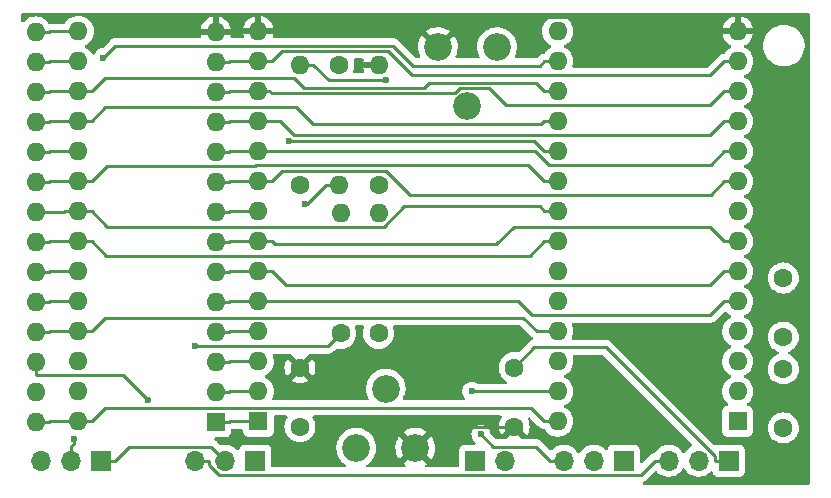
<source format=gtl>
G04 #@! TF.GenerationSoftware,KiCad,Pcbnew,(6.0.5)*
G04 #@! TF.CreationDate,2023-11-13T22:27:58+01:00*
G04 #@! TF.ProjectId,C128DCR Dual SID,43313238-4443-4522-9044-75616c205349,D*
G04 #@! TF.SameCoordinates,Original*
G04 #@! TF.FileFunction,Copper,L1,Top*
G04 #@! TF.FilePolarity,Positive*
%FSLAX46Y46*%
G04 Gerber Fmt 4.6, Leading zero omitted, Abs format (unit mm)*
G04 Created by KiCad (PCBNEW (6.0.5)) date 2023-11-13 22:27:58*
%MOMM*%
%LPD*%
G01*
G04 APERTURE LIST*
G04 #@! TA.AperFunction,ComponentPad*
%ADD10R,1.600000X1.600000*%
G04 #@! TD*
G04 #@! TA.AperFunction,ComponentPad*
%ADD11O,1.600000X1.600000*%
G04 #@! TD*
G04 #@! TA.AperFunction,ComponentPad*
%ADD12C,1.600000*%
G04 #@! TD*
G04 #@! TA.AperFunction,ComponentPad*
%ADD13R,1.700000X1.700000*%
G04 #@! TD*
G04 #@! TA.AperFunction,ComponentPad*
%ADD14O,1.700000X1.700000*%
G04 #@! TD*
G04 #@! TA.AperFunction,ComponentPad*
%ADD15C,2.340000*%
G04 #@! TD*
G04 #@! TA.AperFunction,ViaPad*
%ADD16C,0.600000*%
G04 #@! TD*
G04 #@! TA.AperFunction,Conductor*
%ADD17C,0.250000*%
G04 #@! TD*
G04 APERTURE END LIST*
D10*
X121920000Y-123317000D03*
D11*
X121920000Y-120777000D03*
X121920000Y-118237000D03*
X121920000Y-115697000D03*
X121920000Y-113157000D03*
X121920000Y-110617000D03*
X121920000Y-108077000D03*
X121920000Y-105537000D03*
X121920000Y-102997000D03*
X121920000Y-100457000D03*
X121920000Y-97917000D03*
X121920000Y-95377000D03*
X121920000Y-92837000D03*
X121920000Y-90297000D03*
X106680000Y-90297000D03*
X106680000Y-92837000D03*
X106680000Y-95377000D03*
X106680000Y-97917000D03*
X106680000Y-100457000D03*
X106680000Y-102997000D03*
X106680000Y-105537000D03*
X106680000Y-108077000D03*
X106680000Y-110617000D03*
X106680000Y-113157000D03*
X106680000Y-115697000D03*
X106680000Y-118237000D03*
X106680000Y-120777000D03*
X106680000Y-123317000D03*
D12*
X169976800Y-116128800D03*
X169976800Y-111128800D03*
X169976800Y-123825000D03*
X169976800Y-118825000D03*
X135712200Y-103271000D03*
D11*
X135712200Y-93111000D03*
D10*
X125531800Y-123255800D03*
D11*
X125531800Y-120715800D03*
X125531800Y-118175800D03*
X125531800Y-115635800D03*
X125531800Y-113095800D03*
X125531800Y-110555800D03*
X125531800Y-108015800D03*
X125531800Y-105475800D03*
X125531800Y-102935800D03*
X125531800Y-100395800D03*
X125531800Y-97855800D03*
X125531800Y-95315800D03*
X125531800Y-92775800D03*
X125531800Y-90235800D03*
X110291800Y-90235800D03*
X110291800Y-92775800D03*
X110291800Y-95315800D03*
X110291800Y-97855800D03*
X110291800Y-100395800D03*
X110291800Y-102935800D03*
X110291800Y-105475800D03*
X110291800Y-108015800D03*
X110291800Y-110555800D03*
X110291800Y-113095800D03*
X110291800Y-115635800D03*
X110291800Y-118175800D03*
X110291800Y-120715800D03*
X110291800Y-123255800D03*
D10*
X166121000Y-123255800D03*
D11*
X166121000Y-120715800D03*
X166121000Y-118175800D03*
X166121000Y-115635800D03*
X166121000Y-113095800D03*
X166121000Y-110555800D03*
X166121000Y-108015800D03*
X166121000Y-105475800D03*
X166121000Y-102935800D03*
X166121000Y-100395800D03*
X166121000Y-97855800D03*
X166121000Y-95315800D03*
X166121000Y-92775800D03*
X166121000Y-90235800D03*
X150881000Y-90235800D03*
X150881000Y-92775800D03*
X150881000Y-95315800D03*
X150881000Y-97855800D03*
X150881000Y-100395800D03*
X150881000Y-102935800D03*
X150881000Y-105475800D03*
X150881000Y-108015800D03*
X150881000Y-110555800D03*
X150881000Y-113095800D03*
X150881000Y-115635800D03*
X150881000Y-118175800D03*
X150881000Y-120715800D03*
X150881000Y-123255800D03*
D13*
X143911400Y-126593600D03*
D14*
X146451400Y-126593600D03*
D13*
X125272800Y-126593600D03*
D14*
X122732800Y-126593600D03*
X120192800Y-126593600D03*
D12*
X132511800Y-115824000D03*
D11*
X132511800Y-105664000D03*
D12*
X135712200Y-115824000D03*
D11*
X135712200Y-105664000D03*
D12*
X132359400Y-93091000D03*
D11*
X132359400Y-103251000D03*
D12*
X129057400Y-103225600D03*
D11*
X129057400Y-93065600D03*
D15*
X138822200Y-125493600D03*
X136322200Y-120493600D03*
X133822200Y-125493600D03*
D13*
X112191800Y-126593600D03*
D14*
X109651800Y-126593600D03*
X107111800Y-126593600D03*
D13*
X165354000Y-126593600D03*
D14*
X162814000Y-126593600D03*
X160274000Y-126593600D03*
D12*
X147193000Y-118708800D03*
X147193000Y-123708800D03*
X129057400Y-123708800D03*
X129057400Y-118708800D03*
D13*
X156464000Y-126593600D03*
D14*
X153924000Y-126593600D03*
X151384000Y-126593600D03*
D15*
X140741400Y-91567000D03*
X143241400Y-96567000D03*
X145741400Y-91567000D03*
D16*
X116163600Y-121428300D03*
X112405100Y-92474000D03*
X128145700Y-99498700D03*
X109956400Y-124746500D03*
X143607000Y-120715800D03*
X136361100Y-94403600D03*
X129503500Y-104866600D03*
X120169400Y-116905800D03*
X144384000Y-124358500D03*
D17*
X121920000Y-123317000D02*
X123046900Y-123317000D01*
X123108100Y-123255800D02*
X123046900Y-123317000D01*
X125531800Y-123255800D02*
X123108100Y-123255800D01*
X110291800Y-105475800D02*
X111418700Y-105475800D01*
X112749900Y-106807000D02*
X111418700Y-105475800D01*
X137898700Y-105071200D02*
X136162900Y-106807000D01*
X106680000Y-105537000D02*
X109103700Y-105537000D01*
X149349500Y-105071200D02*
X137898700Y-105071200D01*
X136162900Y-106807000D02*
X112749900Y-106807000D01*
X150881000Y-105475800D02*
X149754100Y-105475800D01*
X109103700Y-105537000D02*
X109164900Y-105475800D01*
X149754100Y-105475800D02*
X149349500Y-105071200D01*
X110291800Y-105475800D02*
X109164900Y-105475800D01*
X123108100Y-120715800D02*
X123046900Y-120777000D01*
X125531800Y-120715800D02*
X123108100Y-120715800D01*
X121920000Y-120777000D02*
X123046900Y-120777000D01*
X112647000Y-109244100D02*
X111418700Y-108015800D01*
X110291800Y-108015800D02*
X107868100Y-108015800D01*
X149754100Y-108015800D02*
X148525800Y-109244100D01*
X148525800Y-109244100D02*
X112647000Y-109244100D01*
X150881000Y-108015800D02*
X149754100Y-108015800D01*
X110291800Y-108015800D02*
X111418700Y-108015800D01*
X106680000Y-108077000D02*
X107806900Y-108077000D01*
X107868100Y-108015800D02*
X107806900Y-108077000D01*
X123108100Y-118175800D02*
X123046900Y-118237000D01*
X121920000Y-118237000D02*
X123046900Y-118237000D01*
X125531800Y-118175800D02*
X123108100Y-118175800D01*
X110291800Y-110555800D02*
X107868100Y-110555800D01*
X106680000Y-110617000D02*
X107806900Y-110617000D01*
X107868100Y-110555800D02*
X107806900Y-110617000D01*
X125531800Y-115635800D02*
X123108100Y-115635800D01*
X121920000Y-115697000D02*
X123046900Y-115697000D01*
X123108100Y-115635800D02*
X123046900Y-115697000D01*
X107868100Y-113095800D02*
X107806900Y-113157000D01*
X106680000Y-113157000D02*
X107806900Y-113157000D01*
X110291800Y-113095800D02*
X107868100Y-113095800D01*
X147532400Y-113095800D02*
X125531800Y-113095800D01*
X163812500Y-114277400D02*
X148714000Y-114277400D01*
X125531800Y-113095800D02*
X123108100Y-113095800D01*
X148714000Y-114277400D02*
X147532400Y-113095800D01*
X164994100Y-113095800D02*
X163812500Y-114277400D01*
X121920000Y-113157000D02*
X123046900Y-113157000D01*
X166121000Y-113095800D02*
X164994100Y-113095800D01*
X123108100Y-113095800D02*
X123046900Y-113157000D01*
X147981700Y-114502500D02*
X149115000Y-115635800D01*
X150881000Y-115635800D02*
X149754100Y-115635800D01*
X111418700Y-115635800D02*
X112552000Y-114502500D01*
X149115000Y-115635800D02*
X149754100Y-115635800D01*
X112552000Y-114502500D02*
X147981700Y-114502500D01*
X110291800Y-115635800D02*
X107868100Y-115635800D01*
X110855300Y-115635800D02*
X111418700Y-115635800D01*
X110855300Y-115635800D02*
X110291800Y-115635800D01*
X106680000Y-115697000D02*
X107806900Y-115697000D01*
X107868100Y-115635800D02*
X107806900Y-115697000D01*
X121920000Y-110617000D02*
X123046900Y-110617000D01*
X163803500Y-111746400D02*
X127849300Y-111746400D01*
X127849300Y-111746400D02*
X126658700Y-110555800D01*
X126095300Y-110555800D02*
X125531800Y-110555800D01*
X123108100Y-110555800D02*
X123046900Y-110617000D01*
X166121000Y-110555800D02*
X164994100Y-110555800D01*
X164994100Y-110555800D02*
X163803500Y-111746400D01*
X126095300Y-110555800D02*
X126658700Y-110555800D01*
X125531800Y-110555800D02*
X123108100Y-110555800D01*
X157900000Y-127790700D02*
X122201000Y-127790700D01*
X160274000Y-126593600D02*
X159097100Y-126593600D01*
X116163600Y-121428300D02*
X114099200Y-119363900D01*
X121369700Y-126959400D02*
X121369700Y-126593600D01*
X122201000Y-127790700D02*
X121369700Y-126959400D01*
X159097100Y-126593600D02*
X157900000Y-127790700D01*
X120192800Y-126593600D02*
X121369700Y-126593600D01*
X114099200Y-119363900D02*
X106680000Y-119363900D01*
X106680000Y-118237000D02*
X106680000Y-119363900D01*
X149754100Y-123255800D02*
X148627200Y-122128900D01*
X107806900Y-123317000D02*
X107868100Y-123255800D01*
X106680000Y-123317000D02*
X107806900Y-123317000D01*
X150881000Y-123255800D02*
X149754100Y-123255800D01*
X110291800Y-123255800D02*
X111418700Y-123255800D01*
X112545600Y-122128900D02*
X111418700Y-123255800D01*
X107868100Y-123255800D02*
X110291800Y-123255800D01*
X148627200Y-122128900D02*
X112545600Y-122128900D01*
X166121000Y-102935800D02*
X164994100Y-102935800D01*
X126658700Y-102935800D02*
X127501200Y-102093300D01*
X121920000Y-102997000D02*
X123046900Y-102997000D01*
X123108100Y-102935800D02*
X123046900Y-102997000D01*
X138340200Y-104075200D02*
X163854700Y-104075200D01*
X125531800Y-102935800D02*
X123108100Y-102935800D01*
X136358300Y-102093300D02*
X138340200Y-104075200D01*
X163854700Y-104075200D02*
X164994100Y-102935800D01*
X127501200Y-102093300D02*
X136358300Y-102093300D01*
X125531800Y-102935800D02*
X126658700Y-102935800D01*
X123108100Y-100395800D02*
X123046900Y-100457000D01*
X126658700Y-100395800D02*
X148980100Y-100395800D01*
X163853000Y-101536900D02*
X164994100Y-100395800D01*
X121920000Y-100457000D02*
X123046900Y-100457000D01*
X150121200Y-101536900D02*
X163853000Y-101536900D01*
X125531800Y-100395800D02*
X126658700Y-100395800D01*
X148980100Y-100395800D02*
X150121200Y-101536900D01*
X125531800Y-100395800D02*
X123108100Y-100395800D01*
X166121000Y-100395800D02*
X164994100Y-100395800D01*
X127389400Y-97855800D02*
X126658700Y-97855800D01*
X123108100Y-97855800D02*
X125531800Y-97855800D01*
X128580000Y-99046400D02*
X127389400Y-97855800D01*
X125531800Y-97855800D02*
X126658700Y-97855800D01*
X121920000Y-97917000D02*
X123046900Y-97917000D01*
X166121000Y-97855800D02*
X164994100Y-97855800D01*
X123046900Y-97917000D02*
X123108100Y-97855800D01*
X164994100Y-97855800D02*
X163803500Y-99046400D01*
X163803500Y-99046400D02*
X128580000Y-99046400D01*
X125531800Y-95315800D02*
X126471500Y-95315800D01*
X121920000Y-95377000D02*
X123046900Y-95377000D01*
X126660800Y-95505100D02*
X142186400Y-95505100D01*
X123108100Y-95315800D02*
X123046900Y-95377000D01*
X166121000Y-95315800D02*
X164994100Y-95315800D01*
X142622800Y-95068700D02*
X145083800Y-95068700D01*
X146517500Y-96502400D02*
X163807500Y-96502400D01*
X145083800Y-95068700D02*
X146517500Y-96502400D01*
X125531800Y-95315800D02*
X123108100Y-95315800D01*
X163807500Y-96502400D02*
X164994100Y-95315800D01*
X126471500Y-95315800D02*
X126660800Y-95505100D01*
X142186400Y-95505100D02*
X142622800Y-95068700D01*
X127527700Y-91906800D02*
X126658700Y-92775800D01*
X166121000Y-92775800D02*
X164994100Y-92775800D01*
X136525600Y-91906800D02*
X127527700Y-91906800D01*
X121920000Y-92837000D02*
X123046900Y-92837000D01*
X125531800Y-92775800D02*
X123108100Y-92775800D01*
X138584900Y-93966100D02*
X136525600Y-91906800D01*
X123108100Y-92775800D02*
X123046900Y-92837000D01*
X125531800Y-92775800D02*
X126658700Y-92775800D01*
X163803800Y-93966100D02*
X138584900Y-93966100D01*
X164994100Y-92775800D02*
X163803800Y-93966100D01*
X123108100Y-90235800D02*
X123046900Y-90297000D01*
X166121000Y-90235800D02*
X164994100Y-90235800D01*
X121920000Y-90297000D02*
X123046900Y-90297000D01*
X147193000Y-123708800D02*
X140607000Y-123708800D01*
X140741400Y-91567000D02*
X143265500Y-89042900D01*
X125531800Y-90235800D02*
X123108100Y-90235800D01*
X163801200Y-89042900D02*
X164994100Y-90235800D01*
X143265500Y-89042900D02*
X163801200Y-89042900D01*
X140607000Y-123708800D02*
X138822200Y-125493600D01*
X107806900Y-90297000D02*
X107868100Y-90235800D01*
X107868100Y-90235800D02*
X110291800Y-90235800D01*
X106680000Y-90297000D02*
X107806900Y-90297000D01*
X136937100Y-91454200D02*
X113424900Y-91454200D01*
X149754100Y-92775800D02*
X149379000Y-93150900D01*
X113424900Y-91454200D02*
X112405100Y-92474000D01*
X149379000Y-93150900D02*
X138633800Y-93150900D01*
X107868100Y-92775800D02*
X110291800Y-92775800D01*
X138633800Y-93150900D02*
X136937100Y-91454200D01*
X150881000Y-92775800D02*
X149754100Y-92775800D01*
X107806900Y-92837000D02*
X107868100Y-92775800D01*
X106680000Y-92837000D02*
X107806900Y-92837000D01*
X106680000Y-95377000D02*
X107806900Y-95377000D01*
X149055100Y-94616800D02*
X149754100Y-95315800D01*
X128583700Y-94185600D02*
X129430300Y-95032200D01*
X111418700Y-95315800D02*
X112548900Y-94185600D01*
X110291800Y-95315800D02*
X111418700Y-95315800D01*
X139961200Y-94616800D02*
X149055100Y-94616800D01*
X107806900Y-95377000D02*
X107868100Y-95315800D01*
X129430300Y-95032200D02*
X139545800Y-95032200D01*
X112548900Y-94185600D02*
X128583700Y-94185600D01*
X150881000Y-95315800D02*
X149754100Y-95315800D01*
X139545800Y-95032200D02*
X139961200Y-94616800D01*
X107868100Y-95315800D02*
X110291800Y-95315800D01*
X106680000Y-97917000D02*
X107806900Y-97917000D01*
X110855300Y-97855800D02*
X110291800Y-97855800D01*
X149486000Y-98123900D02*
X149754100Y-97855800D01*
X110291800Y-97855800D02*
X107868100Y-97855800D01*
X107868100Y-97855800D02*
X107806900Y-97917000D01*
X130131700Y-98123900D02*
X149486000Y-98123900D01*
X112587800Y-96686700D02*
X128694500Y-96686700D01*
X150881000Y-97855800D02*
X149754100Y-97855800D01*
X110855300Y-97855800D02*
X111418700Y-97855800D01*
X128694500Y-96686700D02*
X130131700Y-98123900D01*
X111418700Y-97855800D02*
X112587800Y-96686700D01*
X150881000Y-100395800D02*
X149754100Y-100395800D01*
X106680000Y-100457000D02*
X107806900Y-100457000D01*
X107868100Y-100395800D02*
X110291800Y-100395800D01*
X149754100Y-100395800D02*
X148857000Y-99498700D01*
X107806900Y-100457000D02*
X107868100Y-100395800D01*
X148857000Y-99498700D02*
X128145700Y-99498700D01*
X125293600Y-101582400D02*
X125221400Y-101654600D01*
X150881000Y-102935800D02*
X149754100Y-102935800D01*
X125221400Y-101654600D02*
X112699900Y-101654600D01*
X107806900Y-102997000D02*
X107868100Y-102935800D01*
X149754100Y-102935800D02*
X148400700Y-101582400D01*
X107868100Y-102935800D02*
X110291800Y-102935800D01*
X106680000Y-102997000D02*
X107806900Y-102997000D01*
X112699900Y-101654600D02*
X111418700Y-102935800D01*
X110291800Y-102935800D02*
X111418700Y-102935800D01*
X148400700Y-101582400D02*
X125293600Y-101582400D01*
X166121000Y-108015800D02*
X164994100Y-108015800D01*
X145695600Y-108285100D02*
X126928000Y-108285100D01*
X147151500Y-106829200D02*
X145695600Y-108285100D01*
X123108100Y-108015800D02*
X123046900Y-108077000D01*
X125531800Y-108015800D02*
X123108100Y-108015800D01*
X164994100Y-108015800D02*
X163807500Y-106829200D01*
X163807500Y-106829200D02*
X147151500Y-106829200D01*
X125531800Y-108015800D02*
X126658700Y-108015800D01*
X126928000Y-108285100D02*
X126658700Y-108015800D01*
X121920000Y-108077000D02*
X123046900Y-108077000D01*
X109651800Y-126593600D02*
X109651800Y-125416700D01*
X109651800Y-125416700D02*
X109956400Y-125112100D01*
X109956400Y-125112100D02*
X109956400Y-124746500D01*
X125531800Y-105475800D02*
X123108100Y-105475800D01*
X123108100Y-105475800D02*
X123046900Y-105537000D01*
X121920000Y-105537000D02*
X123046900Y-105537000D01*
X131522200Y-94403500D02*
X136361100Y-94403500D01*
X129057400Y-93065600D02*
X130184300Y-93065600D01*
X150881000Y-120715800D02*
X143607000Y-120715800D01*
X136361100Y-94403500D02*
X136361100Y-94403600D01*
X130184300Y-93065600D02*
X131522200Y-94403500D01*
X131232500Y-103251000D02*
X129616900Y-104866600D01*
X132359400Y-103251000D02*
X131232500Y-103251000D01*
X129616900Y-104866600D02*
X129503500Y-104866600D01*
X122732800Y-126593600D02*
X121555900Y-125416700D01*
X121555900Y-125416700D02*
X114545600Y-125416700D01*
X112191800Y-126593600D02*
X113368700Y-126593600D01*
X114545600Y-125416700D02*
X113368700Y-126593600D01*
X164177100Y-126225800D02*
X164177100Y-126593600D01*
X148895800Y-117006000D02*
X154957300Y-117006000D01*
X165354000Y-126593600D02*
X164177100Y-126593600D01*
X154957300Y-117006000D02*
X164177100Y-126225800D01*
X147193000Y-118708800D02*
X148895800Y-117006000D01*
X132511800Y-115824000D02*
X131430000Y-116905800D01*
X131430000Y-116905800D02*
X120169400Y-116905800D01*
X150207100Y-126593600D02*
X149030200Y-125416700D01*
X151384000Y-126593600D02*
X150207100Y-126593600D01*
X149030200Y-125416700D02*
X145442200Y-125416700D01*
X145442200Y-125416700D02*
X144384000Y-124358500D01*
G04 #@! TA.AperFunction,Conductor*
G36*
X110285619Y-88677065D02*
G01*
X110290746Y-88674370D01*
X110315572Y-88671900D01*
X150857228Y-88671900D01*
X150874819Y-88677065D01*
X150879946Y-88674370D01*
X150904772Y-88671900D01*
X172085500Y-88671900D01*
X172153621Y-88691902D01*
X172200114Y-88745558D01*
X172211500Y-88797900D01*
X172211500Y-128499100D01*
X172191498Y-128567221D01*
X172137842Y-128613714D01*
X172085500Y-128625100D01*
X158183978Y-128625100D01*
X158115857Y-128605098D01*
X158069364Y-128551442D01*
X158059260Y-128481168D01*
X158088754Y-128416588D01*
X158139555Y-128384042D01*
X158138705Y-128382078D01*
X158145982Y-128378929D01*
X158153593Y-128376718D01*
X158160412Y-128372685D01*
X158160417Y-128372683D01*
X158171028Y-128366407D01*
X158188776Y-128357712D01*
X158207617Y-128350252D01*
X158243387Y-128324264D01*
X158253307Y-128317748D01*
X158284535Y-128299280D01*
X158284538Y-128299278D01*
X158291362Y-128295242D01*
X158305683Y-128280921D01*
X158320717Y-128268080D01*
X158330694Y-128260831D01*
X158337107Y-128256172D01*
X158342157Y-128250068D01*
X158342162Y-128250063D01*
X158365293Y-128222102D01*
X158373283Y-128213321D01*
X159084743Y-127501862D01*
X159147055Y-127467837D01*
X159217871Y-127472902D01*
X159269076Y-127508461D01*
X159320250Y-127567538D01*
X159492126Y-127710232D01*
X159685000Y-127822938D01*
X159893692Y-127902630D01*
X159898760Y-127903661D01*
X159898763Y-127903662D01*
X160006017Y-127925483D01*
X160112597Y-127947167D01*
X160117772Y-127947357D01*
X160117774Y-127947357D01*
X160330673Y-127955164D01*
X160330677Y-127955164D01*
X160335837Y-127955353D01*
X160340957Y-127954697D01*
X160340959Y-127954697D01*
X160552288Y-127927625D01*
X160552289Y-127927625D01*
X160557416Y-127926968D01*
X160562366Y-127925483D01*
X160766429Y-127864261D01*
X160766434Y-127864259D01*
X160771384Y-127862774D01*
X160971994Y-127764496D01*
X161153860Y-127634773D01*
X161312096Y-127477089D01*
X161371594Y-127394289D01*
X161442453Y-127295677D01*
X161443776Y-127296628D01*
X161490645Y-127253457D01*
X161560580Y-127241225D01*
X161626026Y-127268744D01*
X161653875Y-127300594D01*
X161713987Y-127398688D01*
X161860250Y-127567538D01*
X162032126Y-127710232D01*
X162225000Y-127822938D01*
X162433692Y-127902630D01*
X162438760Y-127903661D01*
X162438763Y-127903662D01*
X162546017Y-127925483D01*
X162652597Y-127947167D01*
X162657772Y-127947357D01*
X162657774Y-127947357D01*
X162870673Y-127955164D01*
X162870677Y-127955164D01*
X162875837Y-127955353D01*
X162880957Y-127954697D01*
X162880959Y-127954697D01*
X163092288Y-127927625D01*
X163092289Y-127927625D01*
X163097416Y-127926968D01*
X163102366Y-127925483D01*
X163306429Y-127864261D01*
X163306434Y-127864259D01*
X163311384Y-127862774D01*
X163511994Y-127764496D01*
X163693860Y-127634773D01*
X163802091Y-127526919D01*
X163864462Y-127493004D01*
X163935268Y-127498192D01*
X163992030Y-127540838D01*
X164009012Y-127571941D01*
X164053385Y-127690305D01*
X164140739Y-127806861D01*
X164257295Y-127894215D01*
X164393684Y-127945345D01*
X164455866Y-127952100D01*
X166252134Y-127952100D01*
X166314316Y-127945345D01*
X166450705Y-127894215D01*
X166567261Y-127806861D01*
X166654615Y-127690305D01*
X166705745Y-127553916D01*
X166712500Y-127491734D01*
X166712500Y-125695466D01*
X166705745Y-125633284D01*
X166654615Y-125496895D01*
X166567261Y-125380339D01*
X166450705Y-125292985D01*
X166314316Y-125241855D01*
X166252134Y-125235100D01*
X164455866Y-125235100D01*
X164393684Y-125241855D01*
X164257295Y-125292985D01*
X164256875Y-125291865D01*
X164196041Y-125305175D01*
X164129491Y-125280443D01*
X164115785Y-125268580D01*
X155460952Y-116613747D01*
X155453412Y-116605461D01*
X155449300Y-116598982D01*
X155399648Y-116552356D01*
X155396807Y-116549602D01*
X155377070Y-116529865D01*
X155373873Y-116527385D01*
X155364851Y-116519680D01*
X155351422Y-116507069D01*
X155332621Y-116489414D01*
X155325675Y-116485595D01*
X155325672Y-116485593D01*
X155314866Y-116479652D01*
X155298347Y-116468801D01*
X155297883Y-116468441D01*
X155282341Y-116456386D01*
X155275072Y-116453241D01*
X155275068Y-116453238D01*
X155241763Y-116438826D01*
X155231113Y-116433609D01*
X155192360Y-116412305D01*
X155172737Y-116407267D01*
X155154034Y-116400863D01*
X155142720Y-116395967D01*
X155142719Y-116395967D01*
X155135445Y-116392819D01*
X155127622Y-116391580D01*
X155127612Y-116391577D01*
X155091776Y-116385901D01*
X155080156Y-116383495D01*
X155045011Y-116374472D01*
X155045010Y-116374472D01*
X155037330Y-116372500D01*
X155017076Y-116372500D01*
X154997365Y-116370949D01*
X154985186Y-116369020D01*
X154977357Y-116367780D01*
X154969465Y-116368526D01*
X154933339Y-116371941D01*
X154921481Y-116372500D01*
X152179022Y-116372500D01*
X152110901Y-116352498D01*
X152064408Y-116298842D01*
X152054304Y-116228568D01*
X152064827Y-116193251D01*
X152112959Y-116090030D01*
X152112961Y-116090025D01*
X152115284Y-116085043D01*
X152120067Y-116067195D01*
X152173119Y-115869202D01*
X152173119Y-115869200D01*
X152174543Y-115863887D01*
X152194498Y-115635800D01*
X152174543Y-115407713D01*
X152167135Y-115380067D01*
X152116707Y-115191867D01*
X152116706Y-115191865D01*
X152115284Y-115186557D01*
X152085462Y-115122602D01*
X152070329Y-115090150D01*
X152059668Y-115019958D01*
X152088648Y-114955145D01*
X152148068Y-114916289D01*
X152184524Y-114910900D01*
X163733733Y-114910900D01*
X163744916Y-114911427D01*
X163752409Y-114913102D01*
X163760335Y-114912853D01*
X163760336Y-114912853D01*
X163820486Y-114910962D01*
X163824445Y-114910900D01*
X163852356Y-114910900D01*
X163856291Y-114910403D01*
X163856356Y-114910395D01*
X163868193Y-114909462D01*
X163900451Y-114908448D01*
X163904470Y-114908322D01*
X163912389Y-114908073D01*
X163931843Y-114902421D01*
X163951200Y-114898413D01*
X163963430Y-114896868D01*
X163963431Y-114896868D01*
X163971297Y-114895874D01*
X163978668Y-114892955D01*
X163978670Y-114892955D01*
X164012412Y-114879596D01*
X164023642Y-114875751D01*
X164058483Y-114865629D01*
X164058484Y-114865629D01*
X164066093Y-114863418D01*
X164072912Y-114859385D01*
X164072917Y-114859383D01*
X164083528Y-114853107D01*
X164101276Y-114844412D01*
X164120117Y-114836952D01*
X164155887Y-114810964D01*
X164165807Y-114804448D01*
X164197035Y-114785980D01*
X164197038Y-114785978D01*
X164203862Y-114781942D01*
X164218183Y-114767621D01*
X164233217Y-114754780D01*
X164243194Y-114747531D01*
X164249607Y-114742872D01*
X164254657Y-114736768D01*
X164254662Y-114736763D01*
X164277793Y-114708802D01*
X164285783Y-114700021D01*
X164991159Y-113994646D01*
X165053471Y-113960621D01*
X165124287Y-113965686D01*
X165169349Y-113994647D01*
X165276700Y-114101998D01*
X165281208Y-114105155D01*
X165281211Y-114105157D01*
X165358537Y-114159301D01*
X165464251Y-114233323D01*
X165469233Y-114235646D01*
X165469238Y-114235649D01*
X165503457Y-114251605D01*
X165556742Y-114298522D01*
X165576203Y-114366799D01*
X165555661Y-114434759D01*
X165503457Y-114479995D01*
X165469238Y-114495951D01*
X165469233Y-114495954D01*
X165464251Y-114498277D01*
X165376849Y-114559477D01*
X165281211Y-114626443D01*
X165281208Y-114626445D01*
X165276700Y-114629602D01*
X165114802Y-114791500D01*
X165111645Y-114796008D01*
X165111643Y-114796011D01*
X165077757Y-114844406D01*
X164983477Y-114979051D01*
X164981154Y-114984033D01*
X164981151Y-114984038D01*
X164914721Y-115126499D01*
X164886716Y-115186557D01*
X164885294Y-115191865D01*
X164885293Y-115191867D01*
X164834865Y-115380067D01*
X164827457Y-115407713D01*
X164807502Y-115635800D01*
X164827457Y-115863887D01*
X164828881Y-115869200D01*
X164828881Y-115869202D01*
X164881934Y-116067195D01*
X164886716Y-116085043D01*
X164889039Y-116090024D01*
X164889039Y-116090025D01*
X164981151Y-116287562D01*
X164981154Y-116287567D01*
X164983477Y-116292549D01*
X165040335Y-116373750D01*
X165109436Y-116472436D01*
X165114802Y-116480100D01*
X165276700Y-116641998D01*
X165281208Y-116645155D01*
X165281211Y-116645157D01*
X165358537Y-116699301D01*
X165464251Y-116773323D01*
X165469233Y-116775646D01*
X165469238Y-116775649D01*
X165503457Y-116791605D01*
X165556742Y-116838522D01*
X165576203Y-116906799D01*
X165555661Y-116974759D01*
X165503457Y-117019995D01*
X165469238Y-117035951D01*
X165469233Y-117035954D01*
X165464251Y-117038277D01*
X165377350Y-117099126D01*
X165281211Y-117166443D01*
X165281208Y-117166445D01*
X165276700Y-117169602D01*
X165114802Y-117331500D01*
X165111645Y-117336008D01*
X165111643Y-117336011D01*
X165061277Y-117407941D01*
X164983477Y-117519051D01*
X164981154Y-117524033D01*
X164981151Y-117524038D01*
X164897886Y-117702602D01*
X164886716Y-117726557D01*
X164885294Y-117731865D01*
X164885293Y-117731867D01*
X164850798Y-117860603D01*
X164827457Y-117947713D01*
X164807502Y-118175800D01*
X164827457Y-118403887D01*
X164828880Y-118409199D01*
X164828881Y-118409202D01*
X164879179Y-118596913D01*
X164886716Y-118625043D01*
X164889039Y-118630024D01*
X164889039Y-118630025D01*
X164981151Y-118827562D01*
X164981154Y-118827567D01*
X164983477Y-118832549D01*
X165035960Y-118907502D01*
X165074728Y-118962868D01*
X165114802Y-119020100D01*
X165276700Y-119181998D01*
X165281208Y-119185155D01*
X165281211Y-119185157D01*
X165281704Y-119185502D01*
X165464251Y-119313323D01*
X165469233Y-119315646D01*
X165469238Y-119315649D01*
X165503457Y-119331605D01*
X165556742Y-119378522D01*
X165576203Y-119446799D01*
X165555661Y-119514759D01*
X165503457Y-119559995D01*
X165469238Y-119575951D01*
X165469233Y-119575954D01*
X165464251Y-119578277D01*
X165376849Y-119639477D01*
X165281211Y-119706443D01*
X165281208Y-119706445D01*
X165276700Y-119709602D01*
X165114802Y-119871500D01*
X165111645Y-119876008D01*
X165111643Y-119876011D01*
X165068787Y-119937216D01*
X164983477Y-120059051D01*
X164981154Y-120064033D01*
X164981151Y-120064038D01*
X164894689Y-120249458D01*
X164886716Y-120266557D01*
X164885294Y-120271865D01*
X164885293Y-120271867D01*
X164864863Y-120348112D01*
X164827457Y-120487713D01*
X164807502Y-120715800D01*
X164827457Y-120943887D01*
X164828881Y-120949200D01*
X164828881Y-120949202D01*
X164859853Y-121064788D01*
X164886716Y-121165043D01*
X164889039Y-121170024D01*
X164889039Y-121170025D01*
X164981151Y-121367562D01*
X164981154Y-121367567D01*
X164983477Y-121372549D01*
X165032123Y-121442022D01*
X165105573Y-121546919D01*
X165114802Y-121560100D01*
X165276700Y-121721998D01*
X165281211Y-121725157D01*
X165285424Y-121728692D01*
X165284473Y-121729826D01*
X165324471Y-121779871D01*
X165331776Y-121850490D01*
X165299742Y-121913849D01*
X165238538Y-121949830D01*
X165221483Y-121952882D01*
X165210684Y-121954055D01*
X165074295Y-122005185D01*
X164957739Y-122092539D01*
X164870385Y-122209095D01*
X164819255Y-122345484D01*
X164812500Y-122407666D01*
X164812500Y-124103934D01*
X164819255Y-124166116D01*
X164870385Y-124302505D01*
X164957739Y-124419061D01*
X165074295Y-124506415D01*
X165210684Y-124557545D01*
X165272866Y-124564300D01*
X166969134Y-124564300D01*
X167031316Y-124557545D01*
X167167705Y-124506415D01*
X167284261Y-124419061D01*
X167371615Y-124302505D01*
X167422745Y-124166116D01*
X167429500Y-124103934D01*
X167429500Y-123825000D01*
X168663302Y-123825000D01*
X168683257Y-124053087D01*
X168684681Y-124058400D01*
X168684681Y-124058402D01*
X168731270Y-124232271D01*
X168742516Y-124274243D01*
X168744839Y-124279224D01*
X168744839Y-124279225D01*
X168836951Y-124476762D01*
X168836954Y-124476767D01*
X168839277Y-124481749D01*
X168892350Y-124557545D01*
X168944488Y-124632005D01*
X168970602Y-124669300D01*
X169132500Y-124831198D01*
X169137008Y-124834355D01*
X169137011Y-124834357D01*
X169173616Y-124859988D01*
X169320051Y-124962523D01*
X169325033Y-124964846D01*
X169325038Y-124964849D01*
X169489159Y-125041379D01*
X169527557Y-125059284D01*
X169532865Y-125060706D01*
X169532867Y-125060707D01*
X169743398Y-125117119D01*
X169743400Y-125117119D01*
X169748713Y-125118543D01*
X169976800Y-125138498D01*
X170204887Y-125118543D01*
X170210200Y-125117119D01*
X170210202Y-125117119D01*
X170420733Y-125060707D01*
X170420735Y-125060706D01*
X170426043Y-125059284D01*
X170464441Y-125041379D01*
X170628562Y-124964849D01*
X170628567Y-124964846D01*
X170633549Y-124962523D01*
X170779984Y-124859988D01*
X170816589Y-124834357D01*
X170816592Y-124834355D01*
X170821100Y-124831198D01*
X170982998Y-124669300D01*
X171009113Y-124632005D01*
X171061250Y-124557545D01*
X171114323Y-124481749D01*
X171116646Y-124476767D01*
X171116649Y-124476762D01*
X171208761Y-124279225D01*
X171208761Y-124279224D01*
X171211084Y-124274243D01*
X171222331Y-124232271D01*
X171268919Y-124058402D01*
X171268919Y-124058400D01*
X171270343Y-124053087D01*
X171290298Y-123825000D01*
X171270343Y-123596913D01*
X171262162Y-123566381D01*
X171212507Y-123381067D01*
X171212506Y-123381065D01*
X171211084Y-123375757D01*
X171159456Y-123265039D01*
X171116649Y-123173238D01*
X171116646Y-123173233D01*
X171114323Y-123168251D01*
X171015917Y-123027713D01*
X170986157Y-122985211D01*
X170986155Y-122985208D01*
X170982998Y-122980700D01*
X170821100Y-122818802D01*
X170816592Y-122815645D01*
X170816589Y-122815643D01*
X170738411Y-122760902D01*
X170633549Y-122687477D01*
X170628567Y-122685154D01*
X170628562Y-122685151D01*
X170431025Y-122593039D01*
X170431024Y-122593039D01*
X170426043Y-122590716D01*
X170420735Y-122589294D01*
X170420733Y-122589293D01*
X170210202Y-122532881D01*
X170210200Y-122532881D01*
X170204887Y-122531457D01*
X169976800Y-122511502D01*
X169748713Y-122531457D01*
X169743400Y-122532881D01*
X169743398Y-122532881D01*
X169532867Y-122589293D01*
X169532865Y-122589294D01*
X169527557Y-122590716D01*
X169522576Y-122593039D01*
X169522575Y-122593039D01*
X169325038Y-122685151D01*
X169325033Y-122685154D01*
X169320051Y-122687477D01*
X169215189Y-122760902D01*
X169137011Y-122815643D01*
X169137008Y-122815645D01*
X169132500Y-122818802D01*
X168970602Y-122980700D01*
X168967445Y-122985208D01*
X168967443Y-122985211D01*
X168937683Y-123027713D01*
X168839277Y-123168251D01*
X168836954Y-123173233D01*
X168836951Y-123173238D01*
X168794144Y-123265039D01*
X168742516Y-123375757D01*
X168741094Y-123381065D01*
X168741093Y-123381067D01*
X168691438Y-123566381D01*
X168683257Y-123596913D01*
X168663302Y-123825000D01*
X167429500Y-123825000D01*
X167429500Y-122407666D01*
X167422745Y-122345484D01*
X167371615Y-122209095D01*
X167284261Y-122092539D01*
X167167705Y-122005185D01*
X167031316Y-121954055D01*
X167020526Y-121952883D01*
X167018394Y-121951997D01*
X167015778Y-121951375D01*
X167015879Y-121950952D01*
X166954965Y-121925645D01*
X166914537Y-121867283D01*
X166912078Y-121796329D01*
X166948371Y-121735310D01*
X166957031Y-121728311D01*
X166960793Y-121725154D01*
X166965300Y-121721998D01*
X167127198Y-121560100D01*
X167136428Y-121546919D01*
X167209877Y-121442022D01*
X167258523Y-121372549D01*
X167260846Y-121367567D01*
X167260849Y-121367562D01*
X167352961Y-121170025D01*
X167352961Y-121170024D01*
X167355284Y-121165043D01*
X167382148Y-121064788D01*
X167413119Y-120949202D01*
X167413119Y-120949200D01*
X167414543Y-120943887D01*
X167434498Y-120715800D01*
X167414543Y-120487713D01*
X167377137Y-120348112D01*
X167356707Y-120271867D01*
X167356706Y-120271865D01*
X167355284Y-120266557D01*
X167347311Y-120249458D01*
X167260849Y-120064038D01*
X167260846Y-120064033D01*
X167258523Y-120059051D01*
X167173213Y-119937216D01*
X167130357Y-119876011D01*
X167130355Y-119876008D01*
X167127198Y-119871500D01*
X166965300Y-119709602D01*
X166960792Y-119706445D01*
X166960789Y-119706443D01*
X166865151Y-119639477D01*
X166777749Y-119578277D01*
X166772767Y-119575954D01*
X166772762Y-119575951D01*
X166738543Y-119559995D01*
X166685258Y-119513078D01*
X166665797Y-119444801D01*
X166686339Y-119376841D01*
X166738543Y-119331605D01*
X166772762Y-119315649D01*
X166772767Y-119315646D01*
X166777749Y-119313323D01*
X166960296Y-119185502D01*
X166960789Y-119185157D01*
X166960792Y-119185155D01*
X166965300Y-119181998D01*
X167127198Y-119020100D01*
X167167273Y-118962868D01*
X167206040Y-118907502D01*
X167258523Y-118832549D01*
X167260846Y-118827567D01*
X167260849Y-118827562D01*
X167262044Y-118825000D01*
X168663302Y-118825000D01*
X168683257Y-119053087D01*
X168684681Y-119058400D01*
X168684681Y-119058402D01*
X168716755Y-119178101D01*
X168742516Y-119274243D01*
X168744839Y-119279224D01*
X168744839Y-119279225D01*
X168836951Y-119476762D01*
X168836954Y-119476767D01*
X168839277Y-119481749D01*
X168894066Y-119559995D01*
X168949720Y-119639477D01*
X168970602Y-119669300D01*
X169132500Y-119831198D01*
X169137008Y-119834355D01*
X169137011Y-119834357D01*
X169190057Y-119871500D01*
X169320051Y-119962523D01*
X169325033Y-119964846D01*
X169325038Y-119964849D01*
X169517390Y-120054543D01*
X169527557Y-120059284D01*
X169532865Y-120060706D01*
X169532867Y-120060707D01*
X169743398Y-120117119D01*
X169743400Y-120117119D01*
X169748713Y-120118543D01*
X169976800Y-120138498D01*
X170204887Y-120118543D01*
X170210200Y-120117119D01*
X170210202Y-120117119D01*
X170420733Y-120060707D01*
X170420735Y-120060706D01*
X170426043Y-120059284D01*
X170436210Y-120054543D01*
X170628562Y-119964849D01*
X170628567Y-119964846D01*
X170633549Y-119962523D01*
X170763543Y-119871500D01*
X170816589Y-119834357D01*
X170816592Y-119834355D01*
X170821100Y-119831198D01*
X170982998Y-119669300D01*
X171003881Y-119639477D01*
X171059534Y-119559995D01*
X171114323Y-119481749D01*
X171116646Y-119476767D01*
X171116649Y-119476762D01*
X171208761Y-119279225D01*
X171208761Y-119279224D01*
X171211084Y-119274243D01*
X171236846Y-119178101D01*
X171268919Y-119058402D01*
X171268919Y-119058400D01*
X171270343Y-119053087D01*
X171290298Y-118825000D01*
X171270343Y-118596913D01*
X171240699Y-118486281D01*
X171212507Y-118381067D01*
X171212506Y-118381065D01*
X171211084Y-118375757D01*
X171197341Y-118346284D01*
X171116649Y-118173238D01*
X171116646Y-118173233D01*
X171114323Y-118168251D01*
X171002753Y-118008913D01*
X170986157Y-117985211D01*
X170986155Y-117985208D01*
X170982998Y-117980700D01*
X170821100Y-117818802D01*
X170816592Y-117815645D01*
X170816589Y-117815643D01*
X170684091Y-117722867D01*
X170633549Y-117687477D01*
X170628567Y-117685154D01*
X170628562Y-117685151D01*
X170426856Y-117591095D01*
X170373571Y-117544178D01*
X170354110Y-117475901D01*
X170374652Y-117407941D01*
X170426856Y-117362705D01*
X170628562Y-117268649D01*
X170628567Y-117268646D01*
X170633549Y-117266323D01*
X170776192Y-117166443D01*
X170816589Y-117138157D01*
X170816592Y-117138155D01*
X170821100Y-117134998D01*
X170982998Y-116973100D01*
X170987270Y-116967000D01*
X171085788Y-116826301D01*
X171114323Y-116785549D01*
X171116646Y-116780567D01*
X171116649Y-116780562D01*
X171208761Y-116583025D01*
X171208761Y-116583024D01*
X171211084Y-116578043D01*
X171220930Y-116541300D01*
X171268919Y-116362202D01*
X171268919Y-116362200D01*
X171270343Y-116356887D01*
X171290298Y-116128800D01*
X171270343Y-115900713D01*
X171261900Y-115869202D01*
X171212507Y-115684867D01*
X171212506Y-115684865D01*
X171211084Y-115679557D01*
X171174636Y-115601393D01*
X171116649Y-115477038D01*
X171116646Y-115477033D01*
X171114323Y-115472051D01*
X170982998Y-115284500D01*
X170821100Y-115122602D01*
X170816592Y-115119445D01*
X170816589Y-115119443D01*
X170703491Y-115040251D01*
X170633549Y-114991277D01*
X170628567Y-114988954D01*
X170628562Y-114988951D01*
X170431025Y-114896839D01*
X170431024Y-114896839D01*
X170426043Y-114894516D01*
X170420735Y-114893094D01*
X170420733Y-114893093D01*
X170210202Y-114836681D01*
X170210200Y-114836681D01*
X170204887Y-114835257D01*
X169976800Y-114815302D01*
X169748713Y-114835257D01*
X169743400Y-114836681D01*
X169743398Y-114836681D01*
X169532867Y-114893093D01*
X169532865Y-114893094D01*
X169527557Y-114894516D01*
X169522576Y-114896839D01*
X169522575Y-114896839D01*
X169325038Y-114988951D01*
X169325033Y-114988954D01*
X169320051Y-114991277D01*
X169250109Y-115040251D01*
X169137011Y-115119443D01*
X169137008Y-115119445D01*
X169132500Y-115122602D01*
X168970602Y-115284500D01*
X168839277Y-115472051D01*
X168836954Y-115477033D01*
X168836951Y-115477038D01*
X168778964Y-115601393D01*
X168742516Y-115679557D01*
X168741094Y-115684865D01*
X168741093Y-115684867D01*
X168691700Y-115869202D01*
X168683257Y-115900713D01*
X168663302Y-116128800D01*
X168683257Y-116356887D01*
X168684681Y-116362200D01*
X168684681Y-116362202D01*
X168732671Y-116541300D01*
X168742516Y-116578043D01*
X168744839Y-116583024D01*
X168744839Y-116583025D01*
X168836951Y-116780562D01*
X168836954Y-116780567D01*
X168839277Y-116785549D01*
X168867812Y-116826301D01*
X168966331Y-116967000D01*
X168970602Y-116973100D01*
X169132500Y-117134998D01*
X169137008Y-117138155D01*
X169137011Y-117138157D01*
X169177408Y-117166443D01*
X169320051Y-117266323D01*
X169325033Y-117268646D01*
X169325038Y-117268649D01*
X169526744Y-117362705D01*
X169580029Y-117409622D01*
X169599490Y-117477899D01*
X169578948Y-117545859D01*
X169526744Y-117591095D01*
X169325038Y-117685151D01*
X169325033Y-117685154D01*
X169320051Y-117687477D01*
X169269509Y-117722867D01*
X169137011Y-117815643D01*
X169137008Y-117815645D01*
X169132500Y-117818802D01*
X168970602Y-117980700D01*
X168967445Y-117985208D01*
X168967443Y-117985211D01*
X168950847Y-118008913D01*
X168839277Y-118168251D01*
X168836954Y-118173233D01*
X168836951Y-118173238D01*
X168756259Y-118346284D01*
X168742516Y-118375757D01*
X168741094Y-118381065D01*
X168741093Y-118381067D01*
X168712901Y-118486281D01*
X168683257Y-118596913D01*
X168663302Y-118825000D01*
X167262044Y-118825000D01*
X167352961Y-118630025D01*
X167352961Y-118630024D01*
X167355284Y-118625043D01*
X167362822Y-118596913D01*
X167413119Y-118409202D01*
X167413120Y-118409199D01*
X167414543Y-118403887D01*
X167434498Y-118175800D01*
X167414543Y-117947713D01*
X167391202Y-117860603D01*
X167356707Y-117731867D01*
X167356706Y-117731865D01*
X167355284Y-117726557D01*
X167344114Y-117702602D01*
X167260849Y-117524038D01*
X167260846Y-117524033D01*
X167258523Y-117519051D01*
X167180723Y-117407941D01*
X167130357Y-117336011D01*
X167130355Y-117336008D01*
X167127198Y-117331500D01*
X166965300Y-117169602D01*
X166960792Y-117166445D01*
X166960789Y-117166443D01*
X166864650Y-117099126D01*
X166777749Y-117038277D01*
X166772767Y-117035954D01*
X166772762Y-117035951D01*
X166738543Y-117019995D01*
X166685258Y-116973078D01*
X166665797Y-116904801D01*
X166686339Y-116836841D01*
X166738543Y-116791605D01*
X166772762Y-116775649D01*
X166772767Y-116775646D01*
X166777749Y-116773323D01*
X166883463Y-116699301D01*
X166960789Y-116645157D01*
X166960792Y-116645155D01*
X166965300Y-116641998D01*
X167127198Y-116480100D01*
X167132565Y-116472436D01*
X167201665Y-116373750D01*
X167258523Y-116292549D01*
X167260846Y-116287567D01*
X167260849Y-116287562D01*
X167352961Y-116090025D01*
X167352961Y-116090024D01*
X167355284Y-116085043D01*
X167360067Y-116067195D01*
X167413119Y-115869202D01*
X167413119Y-115869200D01*
X167414543Y-115863887D01*
X167434498Y-115635800D01*
X167414543Y-115407713D01*
X167407135Y-115380067D01*
X167356707Y-115191867D01*
X167356706Y-115191865D01*
X167355284Y-115186557D01*
X167327279Y-115126499D01*
X167260849Y-114984038D01*
X167260846Y-114984033D01*
X167258523Y-114979051D01*
X167164243Y-114844406D01*
X167130357Y-114796011D01*
X167130355Y-114796008D01*
X167127198Y-114791500D01*
X166965300Y-114629602D01*
X166960792Y-114626445D01*
X166960789Y-114626443D01*
X166865151Y-114559477D01*
X166777749Y-114498277D01*
X166772767Y-114495954D01*
X166772762Y-114495951D01*
X166738543Y-114479995D01*
X166685258Y-114433078D01*
X166665797Y-114364801D01*
X166686339Y-114296841D01*
X166738543Y-114251605D01*
X166772762Y-114235649D01*
X166772767Y-114235646D01*
X166777749Y-114233323D01*
X166883463Y-114159301D01*
X166960789Y-114105157D01*
X166960792Y-114105155D01*
X166965300Y-114101998D01*
X167127198Y-113940100D01*
X167155067Y-113900300D01*
X167215670Y-113813749D01*
X167258523Y-113752549D01*
X167260846Y-113747567D01*
X167260849Y-113747562D01*
X167352961Y-113550025D01*
X167352961Y-113550024D01*
X167355284Y-113545043D01*
X167371296Y-113485288D01*
X167413119Y-113329202D01*
X167413120Y-113329199D01*
X167414543Y-113323887D01*
X167434498Y-113095800D01*
X167414543Y-112867713D01*
X167413119Y-112862398D01*
X167356707Y-112651867D01*
X167356706Y-112651865D01*
X167355284Y-112646557D01*
X167341591Y-112617192D01*
X167260849Y-112444038D01*
X167260846Y-112444033D01*
X167258523Y-112439051D01*
X167173213Y-112317216D01*
X167130357Y-112256011D01*
X167130355Y-112256008D01*
X167127198Y-112251500D01*
X166965300Y-112089602D01*
X166960792Y-112086445D01*
X166960789Y-112086443D01*
X166865151Y-112019477D01*
X166777749Y-111958277D01*
X166772767Y-111955954D01*
X166772762Y-111955951D01*
X166738543Y-111939995D01*
X166685258Y-111893078D01*
X166665797Y-111824801D01*
X166686339Y-111756841D01*
X166738543Y-111711605D01*
X166772762Y-111695649D01*
X166772767Y-111695646D01*
X166777749Y-111693323D01*
X166883463Y-111619301D01*
X166960789Y-111565157D01*
X166960792Y-111565155D01*
X166965300Y-111561998D01*
X167127198Y-111400100D01*
X167258523Y-111212549D01*
X167260846Y-111207567D01*
X167260849Y-111207562D01*
X167297576Y-111128800D01*
X168663302Y-111128800D01*
X168683257Y-111356887D01*
X168684681Y-111362200D01*
X168684681Y-111362202D01*
X168737173Y-111558101D01*
X168742516Y-111578043D01*
X168744839Y-111583024D01*
X168744839Y-111583025D01*
X168836951Y-111780562D01*
X168836954Y-111780567D01*
X168839277Y-111785549D01*
X168866762Y-111824801D01*
X168960223Y-111958277D01*
X168970602Y-111973100D01*
X169132500Y-112134998D01*
X169137008Y-112138155D01*
X169137011Y-112138157D01*
X169193620Y-112177795D01*
X169320051Y-112266323D01*
X169325033Y-112268646D01*
X169325038Y-112268649D01*
X169522575Y-112360761D01*
X169527557Y-112363084D01*
X169532865Y-112364506D01*
X169532867Y-112364507D01*
X169743398Y-112420919D01*
X169743400Y-112420919D01*
X169748713Y-112422343D01*
X169976800Y-112442298D01*
X170204887Y-112422343D01*
X170210200Y-112420919D01*
X170210202Y-112420919D01*
X170420733Y-112364507D01*
X170420735Y-112364506D01*
X170426043Y-112363084D01*
X170431025Y-112360761D01*
X170628562Y-112268649D01*
X170628567Y-112268646D01*
X170633549Y-112266323D01*
X170759980Y-112177795D01*
X170816589Y-112138157D01*
X170816592Y-112138155D01*
X170821100Y-112134998D01*
X170982998Y-111973100D01*
X170993378Y-111958277D01*
X171086838Y-111824801D01*
X171114323Y-111785549D01*
X171116646Y-111780567D01*
X171116649Y-111780562D01*
X171208761Y-111583025D01*
X171208761Y-111583024D01*
X171211084Y-111578043D01*
X171216428Y-111558101D01*
X171268919Y-111362202D01*
X171268919Y-111362200D01*
X171270343Y-111356887D01*
X171290298Y-111128800D01*
X171270343Y-110900713D01*
X171240464Y-110789202D01*
X171212507Y-110684867D01*
X171212506Y-110684865D01*
X171211084Y-110679557D01*
X171208761Y-110674575D01*
X171116649Y-110477038D01*
X171116646Y-110477033D01*
X171114323Y-110472051D01*
X170982998Y-110284500D01*
X170821100Y-110122602D01*
X170816592Y-110119445D01*
X170816589Y-110119443D01*
X170727195Y-110056849D01*
X170633549Y-109991277D01*
X170628567Y-109988954D01*
X170628562Y-109988951D01*
X170431025Y-109896839D01*
X170431024Y-109896839D01*
X170426043Y-109894516D01*
X170420735Y-109893094D01*
X170420733Y-109893093D01*
X170210202Y-109836681D01*
X170210200Y-109836681D01*
X170204887Y-109835257D01*
X169976800Y-109815302D01*
X169748713Y-109835257D01*
X169743400Y-109836681D01*
X169743398Y-109836681D01*
X169532867Y-109893093D01*
X169532865Y-109893094D01*
X169527557Y-109894516D01*
X169522576Y-109896839D01*
X169522575Y-109896839D01*
X169325038Y-109988951D01*
X169325033Y-109988954D01*
X169320051Y-109991277D01*
X169226405Y-110056849D01*
X169137011Y-110119443D01*
X169137008Y-110119445D01*
X169132500Y-110122602D01*
X168970602Y-110284500D01*
X168839277Y-110472051D01*
X168836954Y-110477033D01*
X168836951Y-110477038D01*
X168744839Y-110674575D01*
X168742516Y-110679557D01*
X168741094Y-110684865D01*
X168741093Y-110684867D01*
X168713136Y-110789202D01*
X168683257Y-110900713D01*
X168663302Y-111128800D01*
X167297576Y-111128800D01*
X167352961Y-111010025D01*
X167352961Y-111010024D01*
X167355284Y-111005043D01*
X167364951Y-110968968D01*
X167413119Y-110789202D01*
X167413119Y-110789200D01*
X167414543Y-110783887D01*
X167434498Y-110555800D01*
X167414543Y-110327713D01*
X167401920Y-110280603D01*
X167356707Y-110111867D01*
X167356706Y-110111865D01*
X167355284Y-110106557D01*
X167342164Y-110078420D01*
X167260849Y-109904038D01*
X167260846Y-109904033D01*
X167258523Y-109899051D01*
X167158722Y-109756521D01*
X167130357Y-109716011D01*
X167130355Y-109716008D01*
X167127198Y-109711500D01*
X166965300Y-109549602D01*
X166960792Y-109546445D01*
X166960789Y-109546443D01*
X166865151Y-109479477D01*
X166777749Y-109418277D01*
X166772767Y-109415954D01*
X166772762Y-109415951D01*
X166738543Y-109399995D01*
X166685258Y-109353078D01*
X166665797Y-109284801D01*
X166686339Y-109216841D01*
X166738543Y-109171605D01*
X166772762Y-109155649D01*
X166772767Y-109155646D01*
X166777749Y-109153323D01*
X166883463Y-109079301D01*
X166960789Y-109025157D01*
X166960792Y-109025155D01*
X166965300Y-109021998D01*
X167127198Y-108860100D01*
X167258523Y-108672549D01*
X167260846Y-108667567D01*
X167260849Y-108667562D01*
X167352961Y-108470025D01*
X167352961Y-108470024D01*
X167355284Y-108465043D01*
X167398145Y-108305087D01*
X167413119Y-108249202D01*
X167413119Y-108249200D01*
X167414543Y-108243887D01*
X167434498Y-108015800D01*
X167414543Y-107787713D01*
X167385091Y-107677796D01*
X167356707Y-107571867D01*
X167356706Y-107571865D01*
X167355284Y-107566557D01*
X167352607Y-107560816D01*
X167260849Y-107364038D01*
X167260846Y-107364033D01*
X167258523Y-107359051D01*
X167151004Y-107205498D01*
X167130357Y-107176011D01*
X167130355Y-107176008D01*
X167127198Y-107171500D01*
X166965300Y-107009602D01*
X166960792Y-107006445D01*
X166960789Y-107006443D01*
X166865151Y-106939477D01*
X166777749Y-106878277D01*
X166772767Y-106875954D01*
X166772762Y-106875951D01*
X166738543Y-106859995D01*
X166685258Y-106813078D01*
X166665797Y-106744801D01*
X166686339Y-106676841D01*
X166738543Y-106631605D01*
X166772762Y-106615649D01*
X166772767Y-106615646D01*
X166777749Y-106613323D01*
X166931622Y-106505580D01*
X166960789Y-106485157D01*
X166960792Y-106485155D01*
X166965300Y-106481998D01*
X167127198Y-106320100D01*
X167130358Y-106315588D01*
X167191687Y-106228001D01*
X167258523Y-106132549D01*
X167260846Y-106127567D01*
X167260849Y-106127562D01*
X167352961Y-105930025D01*
X167352961Y-105930024D01*
X167355284Y-105925043D01*
X167362691Y-105897402D01*
X167413119Y-105709202D01*
X167413119Y-105709200D01*
X167414543Y-105703887D01*
X167434498Y-105475800D01*
X167414543Y-105247713D01*
X167407135Y-105220067D01*
X167356707Y-105031867D01*
X167356706Y-105031865D01*
X167355284Y-105026557D01*
X167344181Y-105002746D01*
X167260849Y-104824038D01*
X167260846Y-104824033D01*
X167258523Y-104819051D01*
X167173213Y-104697216D01*
X167130357Y-104636011D01*
X167130355Y-104636008D01*
X167127198Y-104631500D01*
X166965300Y-104469602D01*
X166960792Y-104466445D01*
X166960789Y-104466443D01*
X166865151Y-104399477D01*
X166777749Y-104338277D01*
X166772767Y-104335954D01*
X166772762Y-104335951D01*
X166738543Y-104319995D01*
X166685258Y-104273078D01*
X166665797Y-104204801D01*
X166686339Y-104136841D01*
X166738543Y-104091605D01*
X166772762Y-104075649D01*
X166772767Y-104075646D01*
X166777749Y-104073323D01*
X166883463Y-103999301D01*
X166960789Y-103945157D01*
X166960792Y-103945155D01*
X166965300Y-103941998D01*
X167127198Y-103780100D01*
X167148233Y-103750060D01*
X167196141Y-103681640D01*
X167258523Y-103592549D01*
X167260846Y-103587567D01*
X167260849Y-103587562D01*
X167352961Y-103390025D01*
X167352961Y-103390024D01*
X167355284Y-103385043D01*
X167359840Y-103368042D01*
X167413119Y-103169202D01*
X167413119Y-103169200D01*
X167414543Y-103163887D01*
X167434498Y-102935800D01*
X167414543Y-102707713D01*
X167413119Y-102702398D01*
X167356707Y-102491867D01*
X167356706Y-102491865D01*
X167355284Y-102486557D01*
X167342164Y-102458420D01*
X167260849Y-102284038D01*
X167260846Y-102284033D01*
X167258523Y-102279051D01*
X167155655Y-102132140D01*
X167130357Y-102096011D01*
X167130355Y-102096008D01*
X167127198Y-102091500D01*
X166965300Y-101929602D01*
X166960792Y-101926445D01*
X166960789Y-101926443D01*
X166865151Y-101859477D01*
X166777749Y-101798277D01*
X166772767Y-101795954D01*
X166772762Y-101795951D01*
X166738543Y-101779995D01*
X166685258Y-101733078D01*
X166665797Y-101664801D01*
X166686339Y-101596841D01*
X166738543Y-101551605D01*
X166772762Y-101535649D01*
X166772767Y-101535646D01*
X166777749Y-101533323D01*
X166883463Y-101459301D01*
X166960789Y-101405157D01*
X166960792Y-101405155D01*
X166965300Y-101401998D01*
X167127198Y-101240100D01*
X167139037Y-101223193D01*
X167225500Y-101099710D01*
X167258523Y-101052549D01*
X167260846Y-101047567D01*
X167260849Y-101047562D01*
X167352961Y-100850025D01*
X167352961Y-100850024D01*
X167355284Y-100845043D01*
X167382148Y-100744788D01*
X167413119Y-100629202D01*
X167413120Y-100629199D01*
X167414543Y-100623887D01*
X167434498Y-100395800D01*
X167414543Y-100167713D01*
X167413119Y-100162398D01*
X167356707Y-99951867D01*
X167356706Y-99951865D01*
X167355284Y-99946557D01*
X167342164Y-99918420D01*
X167260849Y-99744038D01*
X167260846Y-99744033D01*
X167258523Y-99739051D01*
X167173213Y-99617216D01*
X167130357Y-99556011D01*
X167130355Y-99556008D01*
X167127198Y-99551500D01*
X166965300Y-99389602D01*
X166960792Y-99386445D01*
X166960789Y-99386443D01*
X166865151Y-99319477D01*
X166777749Y-99258277D01*
X166772767Y-99255954D01*
X166772762Y-99255951D01*
X166738543Y-99239995D01*
X166685258Y-99193078D01*
X166665797Y-99124801D01*
X166686339Y-99056841D01*
X166738543Y-99011605D01*
X166772762Y-98995649D01*
X166772767Y-98995646D01*
X166777749Y-98993323D01*
X166896973Y-98909841D01*
X166960789Y-98865157D01*
X166960792Y-98865155D01*
X166965300Y-98861998D01*
X167127198Y-98700100D01*
X167258523Y-98512549D01*
X167260846Y-98507567D01*
X167260849Y-98507562D01*
X167352961Y-98310025D01*
X167352961Y-98310024D01*
X167355284Y-98305043D01*
X167361291Y-98282627D01*
X167413119Y-98089202D01*
X167413119Y-98089200D01*
X167414543Y-98083887D01*
X167434498Y-97855800D01*
X167414543Y-97627713D01*
X167413119Y-97622398D01*
X167356707Y-97411867D01*
X167356706Y-97411865D01*
X167355284Y-97406557D01*
X167352607Y-97400816D01*
X167260849Y-97204038D01*
X167260846Y-97204033D01*
X167258523Y-97199051D01*
X167173213Y-97077216D01*
X167130357Y-97016011D01*
X167130355Y-97016008D01*
X167127198Y-97011500D01*
X166965300Y-96849602D01*
X166960792Y-96846445D01*
X166960789Y-96846443D01*
X166865151Y-96779477D01*
X166777749Y-96718277D01*
X166772767Y-96715954D01*
X166772762Y-96715951D01*
X166738543Y-96699995D01*
X166685258Y-96653078D01*
X166665797Y-96584801D01*
X166686339Y-96516841D01*
X166738543Y-96471605D01*
X166772762Y-96455649D01*
X166772767Y-96455646D01*
X166777749Y-96453323D01*
X166920032Y-96353695D01*
X166960789Y-96325157D01*
X166960792Y-96325155D01*
X166965300Y-96321998D01*
X167127198Y-96160100D01*
X167132075Y-96153136D01*
X167215670Y-96033749D01*
X167258523Y-95972549D01*
X167260846Y-95967567D01*
X167260849Y-95967562D01*
X167352961Y-95770025D01*
X167352961Y-95770024D01*
X167355284Y-95765043D01*
X167360067Y-95747195D01*
X167413119Y-95549202D01*
X167413120Y-95549199D01*
X167414543Y-95543887D01*
X167434498Y-95315800D01*
X167414543Y-95087713D01*
X167362305Y-94892758D01*
X167356707Y-94871867D01*
X167356706Y-94871865D01*
X167355284Y-94866557D01*
X167352959Y-94861570D01*
X167260849Y-94664038D01*
X167260846Y-94664033D01*
X167258523Y-94659051D01*
X167185098Y-94554189D01*
X167130357Y-94476011D01*
X167130355Y-94476008D01*
X167127198Y-94471500D01*
X166965300Y-94309602D01*
X166960792Y-94306445D01*
X166960789Y-94306443D01*
X166865151Y-94239477D01*
X166777749Y-94178277D01*
X166772767Y-94175954D01*
X166772762Y-94175951D01*
X166738543Y-94159995D01*
X166685258Y-94113078D01*
X166665797Y-94044801D01*
X166686339Y-93976841D01*
X166738543Y-93931605D01*
X166772762Y-93915649D01*
X166772767Y-93915646D01*
X166777749Y-93913323D01*
X166883463Y-93839301D01*
X166960789Y-93785157D01*
X166960792Y-93785155D01*
X166965300Y-93781998D01*
X167127198Y-93620100D01*
X167130811Y-93614941D01*
X167205793Y-93507855D01*
X167258523Y-93432549D01*
X167260846Y-93427567D01*
X167260849Y-93427562D01*
X167352961Y-93230025D01*
X167352961Y-93230024D01*
X167355284Y-93225043D01*
X167360067Y-93207195D01*
X167413119Y-93009202D01*
X167413119Y-93009200D01*
X167414543Y-93003887D01*
X167434498Y-92775800D01*
X167414543Y-92547713D01*
X167413119Y-92542398D01*
X167356707Y-92331867D01*
X167356706Y-92331865D01*
X167355284Y-92326557D01*
X167342358Y-92298837D01*
X167260849Y-92124038D01*
X167260846Y-92124033D01*
X167258523Y-92119051D01*
X167127198Y-91931500D01*
X166965300Y-91769602D01*
X166960792Y-91766445D01*
X166960789Y-91766443D01*
X166865151Y-91699477D01*
X166777749Y-91638277D01*
X166772767Y-91635954D01*
X166772762Y-91635951D01*
X166737951Y-91619719D01*
X166684666Y-91572802D01*
X166677498Y-91547655D01*
X168267458Y-91547655D01*
X168302704Y-91806638D01*
X168304012Y-91811124D01*
X168304012Y-91811126D01*
X168320029Y-91866076D01*
X168375843Y-92057567D01*
X168377803Y-92061820D01*
X168377804Y-92061821D01*
X168390130Y-92088558D01*
X168485268Y-92294928D01*
X168487831Y-92298837D01*
X168626010Y-92509596D01*
X168626014Y-92509601D01*
X168628576Y-92513509D01*
X168802618Y-92708506D01*
X169003570Y-92875637D01*
X169007573Y-92878066D01*
X169223022Y-93008804D01*
X169223026Y-93008806D01*
X169227019Y-93011229D01*
X169468055Y-93112303D01*
X169721383Y-93176641D01*
X169726034Y-93177109D01*
X169726038Y-93177110D01*
X169917254Y-93196364D01*
X169938467Y-93198500D01*
X170093954Y-93198500D01*
X170096279Y-93198327D01*
X170096285Y-93198327D01*
X170283600Y-93184407D01*
X170283604Y-93184406D01*
X170288252Y-93184061D01*
X170292800Y-93183032D01*
X170292806Y-93183031D01*
X170479201Y-93140853D01*
X170543177Y-93126377D01*
X170547531Y-93124684D01*
X170782424Y-93033340D01*
X170782427Y-93033339D01*
X170786777Y-93031647D01*
X171013698Y-92901951D01*
X171218957Y-92740138D01*
X171398043Y-92549763D01*
X171534423Y-92353173D01*
X171544359Y-92338851D01*
X171544361Y-92338848D01*
X171547024Y-92335009D01*
X171556184Y-92316435D01*
X171660560Y-92104781D01*
X171660561Y-92104778D01*
X171662625Y-92100593D01*
X171665831Y-92090579D01*
X171740880Y-91856123D01*
X171742307Y-91851665D01*
X171784321Y-91593693D01*
X171787742Y-91332345D01*
X171752496Y-91073362D01*
X171742028Y-91037446D01*
X171727827Y-90988728D01*
X171679357Y-90822433D01*
X171670325Y-90802840D01*
X171605437Y-90662089D01*
X171569932Y-90585072D01*
X171537119Y-90535024D01*
X171429190Y-90370404D01*
X171429186Y-90370399D01*
X171426624Y-90366491D01*
X171252582Y-90171494D01*
X171051630Y-90004363D01*
X170929146Y-89930038D01*
X170832178Y-89871196D01*
X170832174Y-89871194D01*
X170828181Y-89868771D01*
X170587145Y-89767697D01*
X170333817Y-89703359D01*
X170329166Y-89702891D01*
X170329162Y-89702890D01*
X170119871Y-89681816D01*
X170116733Y-89681500D01*
X169961246Y-89681500D01*
X169958921Y-89681673D01*
X169958915Y-89681673D01*
X169771600Y-89695593D01*
X169771596Y-89695594D01*
X169766948Y-89695939D01*
X169762400Y-89696968D01*
X169762394Y-89696969D01*
X169575999Y-89739147D01*
X169512023Y-89753623D01*
X169507671Y-89755315D01*
X169507669Y-89755316D01*
X169272776Y-89846660D01*
X169272773Y-89846661D01*
X169268423Y-89848353D01*
X169041502Y-89978049D01*
X168836243Y-90139862D01*
X168657157Y-90330237D01*
X168508176Y-90544991D01*
X168506110Y-90549181D01*
X168506108Y-90549184D01*
X168408536Y-90747042D01*
X168392575Y-90779407D01*
X168391153Y-90783850D01*
X168391152Y-90783852D01*
X168341933Y-90937614D01*
X168312893Y-91028335D01*
X168270879Y-91286307D01*
X168270401Y-91322858D01*
X168267782Y-91522939D01*
X168267458Y-91547655D01*
X166677498Y-91547655D01*
X166665205Y-91504525D01*
X166685747Y-91436565D01*
X166737951Y-91391329D01*
X166772511Y-91375214D01*
X166782007Y-91369731D01*
X166960467Y-91244772D01*
X166968875Y-91237716D01*
X167122916Y-91083675D01*
X167129972Y-91075267D01*
X167254931Y-90896807D01*
X167260414Y-90887311D01*
X167352490Y-90689853D01*
X167356236Y-90679561D01*
X167402394Y-90507297D01*
X167402058Y-90493201D01*
X167394116Y-90489800D01*
X164853033Y-90489800D01*
X164839502Y-90493773D01*
X164838273Y-90502322D01*
X164885764Y-90679561D01*
X164889510Y-90689853D01*
X164981586Y-90887311D01*
X164987069Y-90896807D01*
X165112028Y-91075267D01*
X165119084Y-91083675D01*
X165273125Y-91237716D01*
X165281533Y-91244772D01*
X165459993Y-91369731D01*
X165469489Y-91375214D01*
X165504049Y-91391329D01*
X165557334Y-91438246D01*
X165576795Y-91506523D01*
X165556253Y-91574483D01*
X165504049Y-91619719D01*
X165469238Y-91635951D01*
X165469233Y-91635954D01*
X165464251Y-91638277D01*
X165376849Y-91699477D01*
X165281211Y-91766443D01*
X165281208Y-91766445D01*
X165276700Y-91769602D01*
X165114802Y-91931500D01*
X165111645Y-91936008D01*
X165111643Y-91936011D01*
X165003006Y-92091160D01*
X164947549Y-92135488D01*
X164909944Y-92143507D01*
X164909965Y-92143638D01*
X164907492Y-92144030D01*
X164903753Y-92144827D01*
X164902763Y-92144858D01*
X164894210Y-92145127D01*
X164876844Y-92150172D01*
X164874758Y-92150778D01*
X164855406Y-92154786D01*
X164843168Y-92156332D01*
X164843166Y-92156333D01*
X164835303Y-92157326D01*
X164794186Y-92173606D01*
X164782985Y-92177441D01*
X164740506Y-92189782D01*
X164733687Y-92193815D01*
X164733682Y-92193817D01*
X164723071Y-92200093D01*
X164705321Y-92208790D01*
X164686483Y-92216248D01*
X164680067Y-92220909D01*
X164680066Y-92220910D01*
X164650725Y-92242228D01*
X164640801Y-92248747D01*
X164609560Y-92267222D01*
X164609555Y-92267226D01*
X164602737Y-92271258D01*
X164588413Y-92285582D01*
X164573381Y-92298421D01*
X164556993Y-92310328D01*
X164536575Y-92335009D01*
X164528812Y-92344393D01*
X164520822Y-92353173D01*
X163578300Y-93295695D01*
X163515988Y-93329721D01*
X163489205Y-93332600D01*
X152250671Y-93332600D01*
X152182550Y-93312598D01*
X152136057Y-93258942D01*
X152125953Y-93188668D01*
X152128964Y-93173989D01*
X152173119Y-93009202D01*
X152173119Y-93009200D01*
X152174543Y-93003887D01*
X152194498Y-92775800D01*
X152174543Y-92547713D01*
X152173119Y-92542398D01*
X152116707Y-92331867D01*
X152116706Y-92331865D01*
X152115284Y-92326557D01*
X152102358Y-92298837D01*
X152020849Y-92124038D01*
X152020846Y-92124033D01*
X152018523Y-92119051D01*
X151887198Y-91931500D01*
X151725300Y-91769602D01*
X151720792Y-91766445D01*
X151720789Y-91766443D01*
X151625151Y-91699477D01*
X151537749Y-91638277D01*
X151532767Y-91635954D01*
X151532762Y-91635951D01*
X151498543Y-91619995D01*
X151445258Y-91573078D01*
X151425797Y-91504801D01*
X151446339Y-91436841D01*
X151498543Y-91391605D01*
X151532762Y-91375649D01*
X151532767Y-91375646D01*
X151537749Y-91373323D01*
X151685059Y-91270175D01*
X151720789Y-91245157D01*
X151720792Y-91245155D01*
X151725300Y-91241998D01*
X151887198Y-91080100D01*
X151890855Y-91074878D01*
X151963596Y-90970993D01*
X152018523Y-90892549D01*
X152020846Y-90887567D01*
X152020849Y-90887562D01*
X152112961Y-90690025D01*
X152112961Y-90690024D01*
X152115284Y-90685043D01*
X152141756Y-90586251D01*
X152173119Y-90469202D01*
X152173119Y-90469200D01*
X152174543Y-90463887D01*
X152194498Y-90235800D01*
X152174543Y-90007713D01*
X152170426Y-89992348D01*
X152162911Y-89964303D01*
X164839606Y-89964303D01*
X164839942Y-89978399D01*
X164847884Y-89981800D01*
X165848885Y-89981800D01*
X165864124Y-89977325D01*
X165865329Y-89975935D01*
X165867000Y-89968252D01*
X165867000Y-89963685D01*
X166375000Y-89963685D01*
X166379475Y-89978924D01*
X166380865Y-89980129D01*
X166388548Y-89981800D01*
X167388967Y-89981800D01*
X167402498Y-89977827D01*
X167403727Y-89969278D01*
X167356236Y-89792039D01*
X167352490Y-89781747D01*
X167260414Y-89584289D01*
X167254931Y-89574793D01*
X167129972Y-89396333D01*
X167122916Y-89387925D01*
X166968875Y-89233884D01*
X166960467Y-89226828D01*
X166782007Y-89101869D01*
X166772511Y-89096386D01*
X166575053Y-89004310D01*
X166564761Y-89000564D01*
X166392497Y-88954406D01*
X166378401Y-88954742D01*
X166375000Y-88962684D01*
X166375000Y-89963685D01*
X165867000Y-89963685D01*
X165867000Y-88967833D01*
X165863027Y-88954302D01*
X165854478Y-88953073D01*
X165677239Y-89000564D01*
X165666947Y-89004310D01*
X165469489Y-89096386D01*
X165459993Y-89101869D01*
X165281533Y-89226828D01*
X165273125Y-89233884D01*
X165119084Y-89387925D01*
X165112028Y-89396333D01*
X164987069Y-89574793D01*
X164981586Y-89584289D01*
X164889510Y-89781747D01*
X164885764Y-89792039D01*
X164839606Y-89964303D01*
X152162911Y-89964303D01*
X152116707Y-89791867D01*
X152116706Y-89791865D01*
X152115284Y-89786557D01*
X152107332Y-89769504D01*
X152020849Y-89584038D01*
X152020846Y-89584033D01*
X152018523Y-89579051D01*
X151887198Y-89391500D01*
X151725300Y-89229602D01*
X151720792Y-89226445D01*
X151720789Y-89226443D01*
X151622451Y-89157586D01*
X151537749Y-89098277D01*
X151532767Y-89095954D01*
X151532762Y-89095951D01*
X151335225Y-89003839D01*
X151335224Y-89003839D01*
X151330243Y-89001516D01*
X151324935Y-89000094D01*
X151324933Y-89000093D01*
X151114402Y-88943681D01*
X151114400Y-88943681D01*
X151109087Y-88942257D01*
X150893790Y-88923421D01*
X150885467Y-88920165D01*
X150868210Y-88923421D01*
X150652913Y-88942257D01*
X150647600Y-88943681D01*
X150647598Y-88943681D01*
X150437067Y-89000093D01*
X150437065Y-89000094D01*
X150431757Y-89001516D01*
X150426776Y-89003839D01*
X150426775Y-89003839D01*
X150229238Y-89095951D01*
X150229233Y-89095954D01*
X150224251Y-89098277D01*
X150139549Y-89157586D01*
X150041211Y-89226443D01*
X150041208Y-89226445D01*
X150036700Y-89229602D01*
X149874802Y-89391500D01*
X149743477Y-89579051D01*
X149741154Y-89584033D01*
X149741151Y-89584038D01*
X149654668Y-89769504D01*
X149646716Y-89786557D01*
X149645294Y-89791865D01*
X149645293Y-89791867D01*
X149591574Y-89992348D01*
X149587457Y-90007713D01*
X149567502Y-90235800D01*
X149587457Y-90463887D01*
X149588881Y-90469200D01*
X149588881Y-90469202D01*
X149620245Y-90586251D01*
X149646716Y-90685043D01*
X149649039Y-90690024D01*
X149649039Y-90690025D01*
X149741151Y-90887562D01*
X149741154Y-90887567D01*
X149743477Y-90892549D01*
X149798404Y-90970993D01*
X149871146Y-91074878D01*
X149874802Y-91080100D01*
X150036700Y-91241998D01*
X150041208Y-91245155D01*
X150041211Y-91245157D01*
X150076941Y-91270175D01*
X150224251Y-91373323D01*
X150229233Y-91375646D01*
X150229238Y-91375649D01*
X150263457Y-91391605D01*
X150316742Y-91438522D01*
X150336203Y-91506799D01*
X150315661Y-91574759D01*
X150263457Y-91619995D01*
X150229238Y-91635951D01*
X150229233Y-91635954D01*
X150224251Y-91638277D01*
X150136849Y-91699477D01*
X150041211Y-91766443D01*
X150041208Y-91766445D01*
X150036700Y-91769602D01*
X149874802Y-91931500D01*
X149871645Y-91936008D01*
X149871643Y-91936011D01*
X149763007Y-92091159D01*
X149707550Y-92135487D01*
X149669943Y-92143506D01*
X149669964Y-92143637D01*
X149667495Y-92144028D01*
X149663753Y-92144826D01*
X149663337Y-92144839D01*
X149654211Y-92145126D01*
X149646595Y-92147339D01*
X149646593Y-92147339D01*
X149634752Y-92150779D01*
X149615393Y-92154788D01*
X149614083Y-92154954D01*
X149595303Y-92157326D01*
X149587937Y-92160242D01*
X149587931Y-92160244D01*
X149554198Y-92173600D01*
X149542968Y-92177445D01*
X149508117Y-92187570D01*
X149500507Y-92189781D01*
X149493684Y-92193816D01*
X149483066Y-92200095D01*
X149465313Y-92208792D01*
X149457668Y-92211819D01*
X149446483Y-92216248D01*
X149425309Y-92231632D01*
X149410712Y-92242237D01*
X149400795Y-92248751D01*
X149362738Y-92271258D01*
X149357133Y-92276862D01*
X149348415Y-92285580D01*
X149333382Y-92298420D01*
X149316993Y-92310328D01*
X149296575Y-92335009D01*
X149288813Y-92344392D01*
X149280823Y-92353173D01*
X149153499Y-92480496D01*
X149091187Y-92514521D01*
X149064404Y-92517400D01*
X147349256Y-92517400D01*
X147281135Y-92497398D01*
X147234642Y-92443742D01*
X147224538Y-92373468D01*
X147234374Y-92339649D01*
X147309173Y-92173601D01*
X147323097Y-92142691D01*
X147337794Y-92090579D01*
X147389546Y-91907082D01*
X147389547Y-91907079D01*
X147390816Y-91902578D01*
X147408013Y-91767398D01*
X147421902Y-91658222D01*
X147421902Y-91658218D01*
X147422300Y-91655092D01*
X147422384Y-91651909D01*
X147424524Y-91570160D01*
X147424607Y-91567000D01*
X147417405Y-91470084D01*
X147406464Y-91322858D01*
X147406463Y-91322854D01*
X147406118Y-91318206D01*
X147351059Y-91074878D01*
X147348724Y-91068874D01*
X147262331Y-90846714D01*
X147262330Y-90846712D01*
X147260638Y-90842361D01*
X147249874Y-90823527D01*
X147157604Y-90662089D01*
X147136842Y-90625763D01*
X146982390Y-90429842D01*
X146800676Y-90258902D01*
X146679708Y-90174984D01*
X146599530Y-90119362D01*
X146599525Y-90119359D01*
X146595692Y-90116700D01*
X146591510Y-90114637D01*
X146591502Y-90114633D01*
X146376128Y-90008423D01*
X146376125Y-90008422D01*
X146371940Y-90006358D01*
X146134337Y-89930300D01*
X146129730Y-89929550D01*
X146129727Y-89929549D01*
X145892712Y-89890949D01*
X145892713Y-89890949D01*
X145888101Y-89890198D01*
X145767153Y-89888615D01*
X145643320Y-89886994D01*
X145643317Y-89886994D01*
X145638643Y-89886933D01*
X145391442Y-89920575D01*
X145386956Y-89921883D01*
X145386954Y-89921883D01*
X145358976Y-89930038D01*
X145151928Y-89990387D01*
X145147675Y-89992347D01*
X145147674Y-89992348D01*
X145114345Y-90007713D01*
X144925365Y-90094834D01*
X144921456Y-90097397D01*
X144720642Y-90229056D01*
X144720637Y-90229060D01*
X144716729Y-90231622D01*
X144623665Y-90314684D01*
X144601930Y-90334084D01*
X144530602Y-90397746D01*
X144371075Y-90589557D01*
X144241652Y-90802840D01*
X144239843Y-90807154D01*
X144239842Y-90807156D01*
X144147094Y-91028335D01*
X144145175Y-91032911D01*
X144144024Y-91037443D01*
X144144023Y-91037446D01*
X144132201Y-91083997D01*
X144083765Y-91274714D01*
X144058770Y-91522939D01*
X144058994Y-91527606D01*
X144058994Y-91527611D01*
X144061259Y-91574759D01*
X144070739Y-91772131D01*
X144119410Y-92016818D01*
X144203714Y-92251622D01*
X144246775Y-92331763D01*
X144261399Y-92401236D01*
X144236140Y-92467587D01*
X144179019Y-92509750D01*
X144135783Y-92517400D01*
X142348706Y-92517400D01*
X142280585Y-92497398D01*
X142234092Y-92443742D01*
X142223988Y-92373468D01*
X142233824Y-92339649D01*
X142320706Y-92146778D01*
X142323894Y-92138018D01*
X142389054Y-91906981D01*
X142390914Y-91897839D01*
X142421401Y-91658196D01*
X142421882Y-91651909D01*
X142424022Y-91570160D01*
X142423871Y-91563851D01*
X142405968Y-91322932D01*
X142404591Y-91313726D01*
X142351610Y-91079582D01*
X142348886Y-91070671D01*
X142261878Y-90846930D01*
X142257867Y-90838521D01*
X142138747Y-90630105D01*
X142133530Y-90622370D01*
X142105825Y-90587227D01*
X142093901Y-90578758D01*
X142082365Y-90585246D01*
X141100610Y-91567000D01*
X140830495Y-91837115D01*
X140768183Y-91871141D01*
X140697367Y-91866076D01*
X140652305Y-91837115D01*
X140382190Y-91567000D01*
X139399531Y-90584342D01*
X139386222Y-90577074D01*
X139376187Y-90584194D01*
X139374476Y-90586251D01*
X139369055Y-90593851D01*
X139244527Y-90799067D01*
X139240289Y-90807384D01*
X139147460Y-91028755D01*
X139144499Y-91037605D01*
X139085411Y-91270264D01*
X139083790Y-91279458D01*
X139059741Y-91518297D01*
X139059496Y-91527624D01*
X139071014Y-91767398D01*
X139072151Y-91776658D01*
X139118981Y-92012095D01*
X139121475Y-92021088D01*
X139202589Y-92247009D01*
X139206386Y-92255538D01*
X139247343Y-92331761D01*
X139261967Y-92401235D01*
X139236708Y-92467587D01*
X139179587Y-92509750D01*
X139136351Y-92517400D01*
X138948394Y-92517400D01*
X138880273Y-92497398D01*
X138859299Y-92480495D01*
X138155524Y-91776719D01*
X137440752Y-91061947D01*
X137433212Y-91053661D01*
X137429100Y-91047182D01*
X137418902Y-91037605D01*
X137379449Y-91000557D01*
X137376607Y-90997802D01*
X137356870Y-90978065D01*
X137353673Y-90975585D01*
X137344651Y-90967880D01*
X137329603Y-90953749D01*
X137312421Y-90937614D01*
X137305475Y-90933795D01*
X137305472Y-90933793D01*
X137294666Y-90927852D01*
X137278147Y-90917001D01*
X137272415Y-90912555D01*
X137262141Y-90904586D01*
X137254872Y-90901441D01*
X137254868Y-90901438D01*
X137221563Y-90887026D01*
X137210913Y-90881809D01*
X137172160Y-90860505D01*
X137152537Y-90855467D01*
X137133834Y-90849063D01*
X137122520Y-90844167D01*
X137122519Y-90844167D01*
X137115245Y-90841019D01*
X137107422Y-90839780D01*
X137107412Y-90839777D01*
X137071576Y-90834101D01*
X137059956Y-90831695D01*
X137024811Y-90822672D01*
X137024810Y-90822672D01*
X137017130Y-90820700D01*
X136996876Y-90820700D01*
X136977165Y-90819149D01*
X136964986Y-90817220D01*
X136957157Y-90815980D01*
X136927886Y-90818747D01*
X136913139Y-90820141D01*
X136901281Y-90820700D01*
X126893424Y-90820700D01*
X126825303Y-90800698D01*
X126778810Y-90747042D01*
X126768706Y-90676768D01*
X126771717Y-90662089D01*
X126813194Y-90507297D01*
X126812858Y-90493201D01*
X126804916Y-90489800D01*
X124263833Y-90489800D01*
X124250302Y-90493773D01*
X124249073Y-90502322D01*
X124291883Y-90662089D01*
X124290193Y-90733065D01*
X124250399Y-90791861D01*
X124185135Y-90819809D01*
X124170176Y-90820700D01*
X123298023Y-90820700D01*
X123229902Y-90800698D01*
X123183409Y-90747042D01*
X123173305Y-90676768D01*
X123176316Y-90662089D01*
X123201394Y-90568497D01*
X123201058Y-90554401D01*
X123193116Y-90551000D01*
X120652033Y-90551000D01*
X120638502Y-90554973D01*
X120637273Y-90563520D01*
X120663684Y-90662089D01*
X120661994Y-90733066D01*
X120622200Y-90791861D01*
X120556935Y-90819809D01*
X120541977Y-90820700D01*
X113503667Y-90820700D01*
X113492484Y-90820173D01*
X113484991Y-90818498D01*
X113477065Y-90818747D01*
X113477064Y-90818747D01*
X113416914Y-90820638D01*
X113412955Y-90820700D01*
X113385044Y-90820700D01*
X113381110Y-90821197D01*
X113381109Y-90821197D01*
X113381044Y-90821205D01*
X113369207Y-90822138D01*
X113336949Y-90823152D01*
X113332930Y-90823278D01*
X113325011Y-90823527D01*
X113305557Y-90829179D01*
X113286200Y-90833187D01*
X113273970Y-90834732D01*
X113273969Y-90834732D01*
X113266103Y-90835726D01*
X113258732Y-90838645D01*
X113258730Y-90838645D01*
X113224988Y-90852004D01*
X113213758Y-90855849D01*
X113178917Y-90865971D01*
X113178916Y-90865971D01*
X113171307Y-90868182D01*
X113164488Y-90872215D01*
X113164483Y-90872217D01*
X113153872Y-90878493D01*
X113136124Y-90887188D01*
X113117283Y-90894648D01*
X113110867Y-90899310D01*
X113110866Y-90899310D01*
X113081513Y-90920636D01*
X113071593Y-90927152D01*
X113040365Y-90945620D01*
X113040362Y-90945622D01*
X113033538Y-90949658D01*
X113019217Y-90963979D01*
X113004184Y-90976819D01*
X112987793Y-90988728D01*
X112982743Y-90994832D01*
X112982738Y-90994837D01*
X112959607Y-91022798D01*
X112951617Y-91031579D01*
X112344007Y-91639188D01*
X112281695Y-91673213D01*
X112268083Y-91675402D01*
X112237388Y-91678628D01*
X112237386Y-91678628D01*
X112230388Y-91679364D01*
X112058679Y-91737818D01*
X112007015Y-91769602D01*
X111910195Y-91829166D01*
X111910192Y-91829168D01*
X111904188Y-91832862D01*
X111899153Y-91837793D01*
X111899150Y-91837795D01*
X111803462Y-91931500D01*
X111774593Y-91959771D01*
X111676335Y-92112238D01*
X111672040Y-92124040D01*
X111670700Y-92127721D01*
X111628607Y-92184893D01*
X111562287Y-92210232D01*
X111492795Y-92195694D01*
X111442195Y-92145893D01*
X111438104Y-92137881D01*
X111431649Y-92124040D01*
X111431648Y-92124038D01*
X111429323Y-92119051D01*
X111297998Y-91931500D01*
X111136100Y-91769602D01*
X111131592Y-91766445D01*
X111131589Y-91766443D01*
X111035951Y-91699477D01*
X110948549Y-91638277D01*
X110943567Y-91635954D01*
X110943562Y-91635951D01*
X110909343Y-91619995D01*
X110856058Y-91573078D01*
X110836597Y-91504801D01*
X110857139Y-91436841D01*
X110909343Y-91391605D01*
X110943562Y-91375649D01*
X110943567Y-91375646D01*
X110948549Y-91373323D01*
X111095859Y-91270175D01*
X111131589Y-91245157D01*
X111131592Y-91245155D01*
X111136100Y-91241998D01*
X111297998Y-91080100D01*
X111301655Y-91074878D01*
X111374396Y-90970993D01*
X111429323Y-90892549D01*
X111431646Y-90887567D01*
X111431649Y-90887562D01*
X111523761Y-90690025D01*
X111523761Y-90690024D01*
X111526084Y-90685043D01*
X111552556Y-90586251D01*
X111583919Y-90469202D01*
X111583919Y-90469200D01*
X111585343Y-90463887D01*
X111605298Y-90235800D01*
X111603354Y-90213585D01*
X139752399Y-90213585D01*
X139756972Y-90223361D01*
X140728590Y-91194980D01*
X140742531Y-91202592D01*
X140744366Y-91202461D01*
X140750980Y-91198210D01*
X141722329Y-90226860D01*
X141728713Y-90215169D01*
X141719303Y-90203061D01*
X141599273Y-90119793D01*
X141591246Y-90115065D01*
X141375940Y-90008888D01*
X141367307Y-90005400D01*
X141138665Y-89932211D01*
X141129614Y-89930038D01*
X140892669Y-89891449D01*
X140883380Y-89890637D01*
X140643350Y-89887495D01*
X140634038Y-89888065D01*
X140396176Y-89920436D01*
X140387058Y-89922374D01*
X140156603Y-89989546D01*
X140147850Y-89992818D01*
X139929854Y-90093316D01*
X139921699Y-90097836D01*
X139761536Y-90202844D01*
X139752399Y-90213585D01*
X111603354Y-90213585D01*
X111586899Y-90025503D01*
X120638606Y-90025503D01*
X120638942Y-90039599D01*
X120646884Y-90043000D01*
X121647885Y-90043000D01*
X121663124Y-90038525D01*
X121664329Y-90037135D01*
X121666000Y-90029452D01*
X121666000Y-90024885D01*
X122174000Y-90024885D01*
X122178475Y-90040124D01*
X122179865Y-90041329D01*
X122187548Y-90043000D01*
X123187967Y-90043000D01*
X123201498Y-90039027D01*
X123202727Y-90030478D01*
X123184995Y-89964303D01*
X124250406Y-89964303D01*
X124250742Y-89978399D01*
X124258684Y-89981800D01*
X125259685Y-89981800D01*
X125274924Y-89977325D01*
X125276129Y-89975935D01*
X125277800Y-89968252D01*
X125277800Y-89963685D01*
X125785800Y-89963685D01*
X125790275Y-89978924D01*
X125791665Y-89980129D01*
X125799348Y-89981800D01*
X126799767Y-89981800D01*
X126813298Y-89977827D01*
X126814527Y-89969278D01*
X126767036Y-89792039D01*
X126763290Y-89781747D01*
X126671214Y-89584289D01*
X126665731Y-89574793D01*
X126540772Y-89396333D01*
X126533716Y-89387925D01*
X126379675Y-89233884D01*
X126371267Y-89226828D01*
X126192807Y-89101869D01*
X126183311Y-89096386D01*
X125985853Y-89004310D01*
X125975561Y-89000564D01*
X125803297Y-88954406D01*
X125789201Y-88954742D01*
X125785800Y-88962684D01*
X125785800Y-89963685D01*
X125277800Y-89963685D01*
X125277800Y-88967833D01*
X125273827Y-88954302D01*
X125265278Y-88953073D01*
X125088039Y-89000564D01*
X125077747Y-89004310D01*
X124880289Y-89096386D01*
X124870793Y-89101869D01*
X124692333Y-89226828D01*
X124683925Y-89233884D01*
X124529884Y-89387925D01*
X124522828Y-89396333D01*
X124397869Y-89574793D01*
X124392386Y-89584289D01*
X124300310Y-89781747D01*
X124296564Y-89792039D01*
X124250406Y-89964303D01*
X123184995Y-89964303D01*
X123155236Y-89853239D01*
X123151490Y-89842947D01*
X123059414Y-89645489D01*
X123053931Y-89635993D01*
X122928972Y-89457533D01*
X122921916Y-89449125D01*
X122767875Y-89295084D01*
X122759467Y-89288028D01*
X122581007Y-89163069D01*
X122571511Y-89157586D01*
X122374053Y-89065510D01*
X122363761Y-89061764D01*
X122191497Y-89015606D01*
X122177401Y-89015942D01*
X122174000Y-89023884D01*
X122174000Y-90024885D01*
X121666000Y-90024885D01*
X121666000Y-89029033D01*
X121662027Y-89015502D01*
X121653478Y-89014273D01*
X121476239Y-89061764D01*
X121465947Y-89065510D01*
X121268489Y-89157586D01*
X121258993Y-89163069D01*
X121080533Y-89288028D01*
X121072125Y-89295084D01*
X120918084Y-89449125D01*
X120911028Y-89457533D01*
X120786069Y-89635993D01*
X120780586Y-89645489D01*
X120688510Y-89842947D01*
X120684764Y-89853239D01*
X120638606Y-90025503D01*
X111586899Y-90025503D01*
X111585343Y-90007713D01*
X111581226Y-89992348D01*
X111527507Y-89791867D01*
X111527506Y-89791865D01*
X111526084Y-89786557D01*
X111518132Y-89769504D01*
X111431649Y-89584038D01*
X111431646Y-89584033D01*
X111429323Y-89579051D01*
X111297998Y-89391500D01*
X111136100Y-89229602D01*
X111131592Y-89226445D01*
X111131589Y-89226443D01*
X111033251Y-89157586D01*
X110948549Y-89098277D01*
X110943567Y-89095954D01*
X110943562Y-89095951D01*
X110746025Y-89003839D01*
X110746024Y-89003839D01*
X110741043Y-89001516D01*
X110735735Y-89000094D01*
X110735733Y-89000093D01*
X110525202Y-88943681D01*
X110525200Y-88943681D01*
X110519887Y-88942257D01*
X110304590Y-88923421D01*
X110296267Y-88920165D01*
X110279010Y-88923421D01*
X110063713Y-88942257D01*
X110058400Y-88943681D01*
X110058398Y-88943681D01*
X109847867Y-89000093D01*
X109847865Y-89000094D01*
X109842557Y-89001516D01*
X109837576Y-89003839D01*
X109837575Y-89003839D01*
X109640038Y-89095951D01*
X109640033Y-89095954D01*
X109635051Y-89098277D01*
X109550349Y-89157586D01*
X109452011Y-89226443D01*
X109452008Y-89226445D01*
X109447500Y-89229602D01*
X109285602Y-89391500D01*
X109282445Y-89396008D01*
X109282443Y-89396011D01*
X109175619Y-89548571D01*
X109120162Y-89592899D01*
X109072406Y-89602300D01*
X107946867Y-89602300D01*
X107935684Y-89601773D01*
X107928191Y-89600098D01*
X107920266Y-89600347D01*
X107920265Y-89600347D01*
X107903352Y-89600879D01*
X107860490Y-89602226D01*
X107791775Y-89584374D01*
X107753319Y-89548558D01*
X107689361Y-89457216D01*
X107689356Y-89457210D01*
X107686198Y-89452700D01*
X107524300Y-89290802D01*
X107519792Y-89287645D01*
X107519789Y-89287643D01*
X107432386Y-89226443D01*
X107336749Y-89159477D01*
X107331767Y-89157154D01*
X107331762Y-89157151D01*
X107134225Y-89065039D01*
X107134224Y-89065039D01*
X107129243Y-89062716D01*
X107123935Y-89061294D01*
X107123933Y-89061293D01*
X106913402Y-89004881D01*
X106913400Y-89004881D01*
X106908087Y-89003457D01*
X106680000Y-88983502D01*
X106451913Y-89003457D01*
X106446600Y-89004881D01*
X106446598Y-89004881D01*
X106236067Y-89061293D01*
X106236065Y-89061294D01*
X106230757Y-89062716D01*
X106225776Y-89065039D01*
X106225775Y-89065039D01*
X106028238Y-89157151D01*
X106028233Y-89157154D01*
X106023251Y-89159477D01*
X105927614Y-89226443D01*
X105840211Y-89287643D01*
X105840208Y-89287645D01*
X105835700Y-89290802D01*
X105676395Y-89450107D01*
X105614083Y-89484133D01*
X105543268Y-89479068D01*
X105486432Y-89436521D01*
X105461621Y-89370001D01*
X105461300Y-89361012D01*
X105461300Y-88797900D01*
X105481302Y-88729779D01*
X105534958Y-88683286D01*
X105587300Y-88671900D01*
X110268028Y-88671900D01*
X110285619Y-88677065D01*
G37*
G04 #@! TD.AperFunction*
G04 #@! TA.AperFunction,Conductor*
G36*
X154710827Y-117659502D02*
G01*
X154731801Y-117676405D01*
X162234349Y-125178953D01*
X162268375Y-125241265D01*
X162263310Y-125312080D01*
X162220763Y-125368916D01*
X162203438Y-125379809D01*
X162087607Y-125440107D01*
X162083474Y-125443210D01*
X162083471Y-125443212D01*
X161989562Y-125513721D01*
X161908965Y-125574235D01*
X161869525Y-125615507D01*
X161815280Y-125672271D01*
X161754629Y-125735738D01*
X161647201Y-125893221D01*
X161592293Y-125938221D01*
X161521768Y-125946392D01*
X161458021Y-125915138D01*
X161437324Y-125890654D01*
X161356822Y-125766217D01*
X161356820Y-125766214D01*
X161354014Y-125761877D01*
X161203670Y-125596651D01*
X161199619Y-125593452D01*
X161199615Y-125593448D01*
X161032414Y-125461400D01*
X161032410Y-125461398D01*
X161028359Y-125458198D01*
X161004243Y-125444885D01*
X160964085Y-125422717D01*
X160832789Y-125350238D01*
X160827920Y-125348514D01*
X160827916Y-125348512D01*
X160627087Y-125277395D01*
X160627083Y-125277394D01*
X160622212Y-125275669D01*
X160617119Y-125274762D01*
X160617116Y-125274761D01*
X160407373Y-125237400D01*
X160407367Y-125237399D01*
X160402284Y-125236494D01*
X160328452Y-125235592D01*
X160184081Y-125233828D01*
X160184079Y-125233828D01*
X160178911Y-125233765D01*
X159958091Y-125267555D01*
X159745756Y-125336957D01*
X159715443Y-125352737D01*
X159553305Y-125437141D01*
X159547607Y-125440107D01*
X159543474Y-125443210D01*
X159543471Y-125443212D01*
X159449562Y-125513721D01*
X159368965Y-125574235D01*
X159329525Y-125615507D01*
X159275280Y-125672271D01*
X159214629Y-125735738D01*
X159107204Y-125893218D01*
X159097099Y-125908031D01*
X159042188Y-125953034D01*
X159012724Y-125961475D01*
X159005128Y-125962678D01*
X158997211Y-125962927D01*
X158977757Y-125968579D01*
X158958400Y-125972587D01*
X158946170Y-125974132D01*
X158946169Y-125974132D01*
X158938303Y-125975126D01*
X158930932Y-125978045D01*
X158930930Y-125978045D01*
X158897188Y-125991404D01*
X158885958Y-125995249D01*
X158851117Y-126005371D01*
X158851116Y-126005371D01*
X158843507Y-126007582D01*
X158836688Y-126011615D01*
X158836683Y-126011617D01*
X158826072Y-126017893D01*
X158808324Y-126026588D01*
X158789483Y-126034048D01*
X158783067Y-126038710D01*
X158783066Y-126038710D01*
X158753713Y-126060036D01*
X158743793Y-126066552D01*
X158712565Y-126085020D01*
X158712562Y-126085022D01*
X158705738Y-126089058D01*
X158691417Y-126103379D01*
X158676384Y-126116219D01*
X158659993Y-126128128D01*
X158654943Y-126134232D01*
X158654938Y-126134237D01*
X158631807Y-126162198D01*
X158623817Y-126170979D01*
X158037595Y-126757200D01*
X157975283Y-126791225D01*
X157904467Y-126786160D01*
X157847632Y-126743613D01*
X157822821Y-126677093D01*
X157822500Y-126668104D01*
X157822500Y-125695466D01*
X157815745Y-125633284D01*
X157764615Y-125496895D01*
X157677261Y-125380339D01*
X157560705Y-125292985D01*
X157424316Y-125241855D01*
X157362134Y-125235100D01*
X155565866Y-125235100D01*
X155503684Y-125241855D01*
X155367295Y-125292985D01*
X155250739Y-125380339D01*
X155163385Y-125496895D01*
X155160233Y-125505303D01*
X155118919Y-125615507D01*
X155076277Y-125672271D01*
X155009716Y-125696971D01*
X154940367Y-125681763D01*
X154907743Y-125656076D01*
X154857151Y-125600475D01*
X154857142Y-125600466D01*
X154853670Y-125596651D01*
X154849619Y-125593452D01*
X154849615Y-125593448D01*
X154682414Y-125461400D01*
X154682410Y-125461398D01*
X154678359Y-125458198D01*
X154654243Y-125444885D01*
X154614085Y-125422717D01*
X154482789Y-125350238D01*
X154477920Y-125348514D01*
X154477916Y-125348512D01*
X154277087Y-125277395D01*
X154277083Y-125277394D01*
X154272212Y-125275669D01*
X154267119Y-125274762D01*
X154267116Y-125274761D01*
X154057373Y-125237400D01*
X154057367Y-125237399D01*
X154052284Y-125236494D01*
X153978452Y-125235592D01*
X153834081Y-125233828D01*
X153834079Y-125233828D01*
X153828911Y-125233765D01*
X153608091Y-125267555D01*
X153395756Y-125336957D01*
X153365443Y-125352737D01*
X153203305Y-125437141D01*
X153197607Y-125440107D01*
X153193474Y-125443210D01*
X153193471Y-125443212D01*
X153099562Y-125513721D01*
X153018965Y-125574235D01*
X152979525Y-125615507D01*
X152925280Y-125672271D01*
X152864629Y-125735738D01*
X152757201Y-125893221D01*
X152702293Y-125938221D01*
X152631768Y-125946392D01*
X152568021Y-125915138D01*
X152547324Y-125890654D01*
X152466822Y-125766217D01*
X152466820Y-125766214D01*
X152464014Y-125761877D01*
X152313670Y-125596651D01*
X152309619Y-125593452D01*
X152309615Y-125593448D01*
X152142414Y-125461400D01*
X152142410Y-125461398D01*
X152138359Y-125458198D01*
X152114243Y-125444885D01*
X152074085Y-125422717D01*
X151942789Y-125350238D01*
X151937920Y-125348514D01*
X151937916Y-125348512D01*
X151737087Y-125277395D01*
X151737083Y-125277394D01*
X151732212Y-125275669D01*
X151727119Y-125274762D01*
X151727116Y-125274761D01*
X151517373Y-125237400D01*
X151517367Y-125237399D01*
X151512284Y-125236494D01*
X151438452Y-125235592D01*
X151294081Y-125233828D01*
X151294079Y-125233828D01*
X151288911Y-125233765D01*
X151068091Y-125267555D01*
X150855756Y-125336957D01*
X150825443Y-125352737D01*
X150663305Y-125437141D01*
X150657607Y-125440107D01*
X150653474Y-125443210D01*
X150653471Y-125443212D01*
X150559562Y-125513721D01*
X150478965Y-125574235D01*
X150374836Y-125683200D01*
X150313313Y-125718629D01*
X150242400Y-125715172D01*
X150194647Y-125685243D01*
X149905979Y-125396574D01*
X149533847Y-125024442D01*
X149526313Y-125016163D01*
X149522200Y-125009682D01*
X149472548Y-124963056D01*
X149469707Y-124960302D01*
X149449970Y-124940565D01*
X149446773Y-124938085D01*
X149437751Y-124930380D01*
X149405521Y-124900114D01*
X149398575Y-124896295D01*
X149398572Y-124896293D01*
X149387766Y-124890352D01*
X149371247Y-124879501D01*
X149370783Y-124879141D01*
X149355241Y-124867086D01*
X149347972Y-124863941D01*
X149347968Y-124863938D01*
X149314663Y-124849526D01*
X149304013Y-124844309D01*
X149265260Y-124823005D01*
X149245637Y-124817967D01*
X149226934Y-124811563D01*
X149215620Y-124806667D01*
X149215619Y-124806667D01*
X149208345Y-124803519D01*
X149200522Y-124802280D01*
X149200512Y-124802277D01*
X149164676Y-124796601D01*
X149153056Y-124794195D01*
X149117911Y-124785172D01*
X149117910Y-124785172D01*
X149110230Y-124783200D01*
X149089976Y-124783200D01*
X149070265Y-124781649D01*
X149061881Y-124780321D01*
X149050257Y-124778480D01*
X149020986Y-124781247D01*
X149006239Y-124782641D01*
X148994381Y-124783200D01*
X147960380Y-124783200D01*
X147892259Y-124763198D01*
X147871285Y-124746295D01*
X147205812Y-124080822D01*
X147191868Y-124073208D01*
X147190035Y-124073339D01*
X147183420Y-124077590D01*
X146514715Y-124746295D01*
X146452403Y-124780321D01*
X146425620Y-124783200D01*
X145756795Y-124783200D01*
X145688674Y-124763198D01*
X145667699Y-124746295D01*
X145218420Y-124297015D01*
X145184395Y-124234703D01*
X145182301Y-124221965D01*
X145178182Y-124185245D01*
X145177397Y-124178245D01*
X145135663Y-124058402D01*
X145120064Y-124013606D01*
X145120062Y-124013603D01*
X145117745Y-124006948D01*
X145082473Y-123950500D01*
X145025359Y-123859098D01*
X145021626Y-123853124D01*
X145016664Y-123848127D01*
X144898778Y-123729415D01*
X144898774Y-123729412D01*
X144893815Y-123724418D01*
X144882697Y-123717362D01*
X144805297Y-123668243D01*
X144740666Y-123627227D01*
X144670924Y-123602393D01*
X144576425Y-123568743D01*
X144576420Y-123568742D01*
X144569790Y-123566381D01*
X144562802Y-123565548D01*
X144562799Y-123565547D01*
X144439698Y-123550868D01*
X144389680Y-123544904D01*
X144382677Y-123545640D01*
X144382676Y-123545640D01*
X144216288Y-123563128D01*
X144216286Y-123563129D01*
X144209288Y-123563864D01*
X144037579Y-123622318D01*
X143985601Y-123654295D01*
X143889095Y-123713666D01*
X143889092Y-123713668D01*
X143883088Y-123717362D01*
X143878053Y-123722293D01*
X143878050Y-123722295D01*
X143775412Y-123822806D01*
X143753493Y-123844271D01*
X143655235Y-123996738D01*
X143652826Y-124003358D01*
X143652824Y-124003361D01*
X143597393Y-124155656D01*
X143593197Y-124167185D01*
X143570463Y-124347140D01*
X143588163Y-124527660D01*
X143645418Y-124699773D01*
X143649065Y-124705795D01*
X143649066Y-124705797D01*
X143735580Y-124848649D01*
X143739380Y-124854924D01*
X143744269Y-124859987D01*
X143744270Y-124859988D01*
X143815254Y-124933493D01*
X143865382Y-124985402D01*
X143893297Y-125003669D01*
X143939344Y-125057706D01*
X143948867Y-125128061D01*
X143918842Y-125192396D01*
X143858801Y-125230285D01*
X143824302Y-125235100D01*
X143013266Y-125235100D01*
X142951084Y-125241855D01*
X142814695Y-125292985D01*
X142698139Y-125380339D01*
X142610785Y-125496895D01*
X142559655Y-125633284D01*
X142552900Y-125695466D01*
X142552900Y-127031200D01*
X142532898Y-127099321D01*
X142479242Y-127145814D01*
X142426900Y-127157200D01*
X139765878Y-127157200D01*
X139697757Y-127137198D01*
X139651264Y-127083542D01*
X139641160Y-127013268D01*
X139670654Y-126948688D01*
X139699575Y-126924056D01*
X139806226Y-126858058D01*
X139812951Y-126847853D01*
X139806888Y-126837499D01*
X138835010Y-125865620D01*
X138821069Y-125858008D01*
X138819234Y-125858139D01*
X138812620Y-125862390D01*
X137841709Y-126833302D01*
X137835051Y-126845495D01*
X137843763Y-126857015D01*
X137926729Y-126917849D01*
X137937126Y-126924345D01*
X137984297Y-126977405D01*
X137995293Y-127047545D01*
X137966624Y-127112495D01*
X137907390Y-127151635D01*
X137870358Y-127157200D01*
X134766828Y-127157200D01*
X134698707Y-127137198D01*
X134652214Y-127083542D01*
X134642110Y-127013268D01*
X134671604Y-126948688D01*
X134700525Y-126924056D01*
X134807591Y-126857802D01*
X134807595Y-126857799D01*
X134811564Y-126855343D01*
X134896647Y-126783315D01*
X134998409Y-126697167D01*
X134998410Y-126697166D01*
X135001975Y-126694148D01*
X135083516Y-126601169D01*
X135163387Y-126510094D01*
X135163391Y-126510089D01*
X135166469Y-126506579D01*
X135183003Y-126480875D01*
X135298903Y-126300687D01*
X135301431Y-126296757D01*
X135403897Y-126069291D01*
X135425247Y-125993590D01*
X135470346Y-125833682D01*
X135470347Y-125833679D01*
X135471616Y-125829178D01*
X135490187Y-125683199D01*
X135502702Y-125584822D01*
X135502702Y-125584818D01*
X135503100Y-125581692D01*
X135503184Y-125578509D01*
X135504880Y-125513721D01*
X135505407Y-125493600D01*
X135502481Y-125454224D01*
X137140296Y-125454224D01*
X137151814Y-125693998D01*
X137152951Y-125703258D01*
X137199781Y-125938695D01*
X137202275Y-125947688D01*
X137283389Y-126173609D01*
X137287189Y-126182144D01*
X137400807Y-126393596D01*
X137405818Y-126401463D01*
X137458809Y-126472426D01*
X137470067Y-126480875D01*
X137482486Y-126474103D01*
X138450180Y-125506410D01*
X138456557Y-125494731D01*
X139186608Y-125494731D01*
X139186739Y-125496566D01*
X139190990Y-125503180D01*
X140164224Y-126476413D01*
X140176604Y-126483173D01*
X140184945Y-126476930D01*
X140298465Y-126300443D01*
X140302908Y-126292259D01*
X140401504Y-126073383D01*
X140404694Y-126064618D01*
X140469854Y-125833581D01*
X140471714Y-125824439D01*
X140502201Y-125584796D01*
X140502682Y-125578509D01*
X140504822Y-125496760D01*
X140504671Y-125490451D01*
X140486768Y-125249532D01*
X140485391Y-125240326D01*
X140432410Y-125006182D01*
X140429686Y-124997271D01*
X140342678Y-124773530D01*
X140338667Y-124765121D01*
X140219547Y-124556705D01*
X140214330Y-124548970D01*
X140186625Y-124513827D01*
X140174701Y-124505358D01*
X140163165Y-124511846D01*
X139194220Y-125480790D01*
X139186608Y-125494731D01*
X138456557Y-125494731D01*
X138457792Y-125492469D01*
X138457661Y-125490634D01*
X138453410Y-125484020D01*
X137480331Y-124510942D01*
X137467023Y-124503675D01*
X137456986Y-124510795D01*
X137455276Y-124512851D01*
X137449855Y-124520451D01*
X137325327Y-124725667D01*
X137321089Y-124733984D01*
X137228260Y-124955355D01*
X137225299Y-124964205D01*
X137166211Y-125196864D01*
X137164590Y-125206058D01*
X137140541Y-125444897D01*
X137140296Y-125454224D01*
X135502481Y-125454224D01*
X135501787Y-125444885D01*
X135487264Y-125249458D01*
X135487263Y-125249454D01*
X135486918Y-125244806D01*
X135431859Y-125001478D01*
X135430166Y-124997124D01*
X135343131Y-124773314D01*
X135343130Y-124773312D01*
X135341438Y-124768961D01*
X135328601Y-124746500D01*
X135251168Y-124611022D01*
X135217642Y-124552363D01*
X135063190Y-124356442D01*
X134881476Y-124185502D01*
X134816152Y-124140185D01*
X137833199Y-124140185D01*
X137837772Y-124149961D01*
X138809390Y-125121580D01*
X138823331Y-125129192D01*
X138825166Y-125129061D01*
X138831780Y-125124810D01*
X139803129Y-124153460D01*
X139809513Y-124141769D01*
X139800103Y-124129661D01*
X139680073Y-124046393D01*
X139672046Y-124041665D01*
X139456740Y-123935488D01*
X139448107Y-123932000D01*
X139219465Y-123858811D01*
X139210414Y-123856638D01*
X138973469Y-123818049D01*
X138964180Y-123817237D01*
X138724150Y-123814095D01*
X138714838Y-123814665D01*
X138476976Y-123847036D01*
X138467858Y-123848974D01*
X138237403Y-123916146D01*
X138228650Y-123919418D01*
X138010654Y-124019916D01*
X138002499Y-124024436D01*
X137842336Y-124129444D01*
X137833199Y-124140185D01*
X134816152Y-124140185D01*
X134725921Y-124077590D01*
X134680330Y-124045962D01*
X134680325Y-124045959D01*
X134676492Y-124043300D01*
X134672310Y-124041237D01*
X134672302Y-124041233D01*
X134456928Y-123935023D01*
X134456925Y-123935022D01*
X134452740Y-123932958D01*
X134215137Y-123856900D01*
X134210530Y-123856150D01*
X134210527Y-123856149D01*
X134006786Y-123822968D01*
X133968901Y-123816798D01*
X133847953Y-123815215D01*
X133724120Y-123813594D01*
X133724117Y-123813594D01*
X133719443Y-123813533D01*
X133472242Y-123847175D01*
X133467756Y-123848483D01*
X133467754Y-123848483D01*
X133439776Y-123856638D01*
X133232728Y-123916987D01*
X133228475Y-123918947D01*
X133228474Y-123918948D01*
X133201171Y-123931535D01*
X133006165Y-124021434D01*
X133002256Y-124023997D01*
X132801442Y-124155656D01*
X132801437Y-124155660D01*
X132797529Y-124158222D01*
X132728917Y-124219460D01*
X132627822Y-124309691D01*
X132611402Y-124324346D01*
X132451875Y-124516157D01*
X132322452Y-124729440D01*
X132320643Y-124733754D01*
X132320642Y-124733756D01*
X132230451Y-124948838D01*
X132225975Y-124959511D01*
X132224824Y-124964043D01*
X132224823Y-124964046D01*
X132198469Y-125067817D01*
X132164565Y-125201314D01*
X132139570Y-125449539D01*
X132139794Y-125454206D01*
X132139794Y-125454211D01*
X132145410Y-125571130D01*
X132151539Y-125698731D01*
X132200210Y-125943418D01*
X132284514Y-126178222D01*
X132402598Y-126397986D01*
X132551868Y-126597883D01*
X132729044Y-126773521D01*
X132732806Y-126776279D01*
X132732809Y-126776282D01*
X132844339Y-126858058D01*
X132930236Y-126921040D01*
X132934380Y-126923220D01*
X132936180Y-126924345D01*
X132983350Y-126977406D01*
X132994346Y-127047546D01*
X132965676Y-127112496D01*
X132906442Y-127151635D01*
X132869411Y-127157200D01*
X126757300Y-127157200D01*
X126689179Y-127137198D01*
X126642686Y-127083542D01*
X126631300Y-127031200D01*
X126631300Y-125695466D01*
X126624545Y-125633284D01*
X126573415Y-125496895D01*
X126486061Y-125380339D01*
X126369505Y-125292985D01*
X126233116Y-125241855D01*
X126170934Y-125235100D01*
X124374666Y-125235100D01*
X124312484Y-125241855D01*
X124176095Y-125292985D01*
X124059539Y-125380339D01*
X123972185Y-125496895D01*
X123969033Y-125505303D01*
X123927719Y-125615507D01*
X123885077Y-125672271D01*
X123818516Y-125696971D01*
X123749167Y-125681763D01*
X123716543Y-125656076D01*
X123665951Y-125600475D01*
X123665942Y-125600466D01*
X123662470Y-125596651D01*
X123658419Y-125593452D01*
X123658415Y-125593448D01*
X123491214Y-125461400D01*
X123491210Y-125461398D01*
X123487159Y-125458198D01*
X123463043Y-125444885D01*
X123422885Y-125422717D01*
X123291589Y-125350238D01*
X123286720Y-125348514D01*
X123286716Y-125348512D01*
X123085887Y-125277395D01*
X123085883Y-125277394D01*
X123081012Y-125275669D01*
X123075919Y-125274762D01*
X123075916Y-125274761D01*
X122866173Y-125237400D01*
X122866167Y-125237399D01*
X122861084Y-125236494D01*
X122787252Y-125235592D01*
X122642881Y-125233828D01*
X122642879Y-125233828D01*
X122637711Y-125233765D01*
X122416891Y-125267555D01*
X122404332Y-125271660D01*
X122333368Y-125273810D01*
X122276094Y-125240989D01*
X122059552Y-125024447D01*
X122052012Y-125016161D01*
X122047900Y-125009682D01*
X122026151Y-124989258D01*
X121998249Y-124963057D01*
X121995407Y-124960302D01*
X121975670Y-124940565D01*
X121972473Y-124938085D01*
X121963451Y-124930380D01*
X121931221Y-124900114D01*
X121924275Y-124896295D01*
X121924272Y-124896293D01*
X121913466Y-124890352D01*
X121896947Y-124879501D01*
X121887207Y-124871946D01*
X121887206Y-124871945D01*
X121880941Y-124867086D01*
X121873664Y-124863937D01*
X121866929Y-124859954D01*
X121818476Y-124808061D01*
X121805771Y-124738211D01*
X121832846Y-124672579D01*
X121891106Y-124632005D01*
X121931068Y-124625500D01*
X122768134Y-124625500D01*
X122830316Y-124618745D01*
X122966705Y-124567615D01*
X123083261Y-124480261D01*
X123170615Y-124363705D01*
X123221745Y-124227316D01*
X123228500Y-124165134D01*
X123228500Y-124015856D01*
X123248502Y-123947735D01*
X123302711Y-123901706D01*
X123306395Y-123899527D01*
X123355785Y-123889300D01*
X124097300Y-123889300D01*
X124165421Y-123909302D01*
X124211914Y-123962958D01*
X124223300Y-124015300D01*
X124223300Y-124103934D01*
X124230055Y-124166116D01*
X124281185Y-124302505D01*
X124368539Y-124419061D01*
X124485095Y-124506415D01*
X124621484Y-124557545D01*
X124683666Y-124564300D01*
X126379934Y-124564300D01*
X126442116Y-124557545D01*
X126578505Y-124506415D01*
X126695061Y-124419061D01*
X126782415Y-124302505D01*
X126833545Y-124166116D01*
X126840300Y-124103934D01*
X126840300Y-122888400D01*
X126860302Y-122820279D01*
X126913958Y-122773786D01*
X126966300Y-122762400D01*
X127880649Y-122762400D01*
X127948770Y-122782402D01*
X127995263Y-122836058D01*
X128005367Y-122906332D01*
X127983862Y-122960671D01*
X127933082Y-123033193D01*
X127919877Y-123052051D01*
X127917554Y-123057033D01*
X127917551Y-123057038D01*
X127865692Y-123168251D01*
X127823116Y-123259557D01*
X127821694Y-123264865D01*
X127821693Y-123264867D01*
X127775118Y-123438685D01*
X127763857Y-123480713D01*
X127743902Y-123708800D01*
X127763857Y-123936887D01*
X127765281Y-123942200D01*
X127765281Y-123942202D01*
X127817846Y-124138374D01*
X127823116Y-124158043D01*
X127825439Y-124163024D01*
X127825439Y-124163025D01*
X127917551Y-124360562D01*
X127917554Y-124360567D01*
X127919877Y-124365549D01*
X127983806Y-124456849D01*
X128033389Y-124527660D01*
X128051202Y-124553100D01*
X128213100Y-124714998D01*
X128217608Y-124718155D01*
X128217611Y-124718157D01*
X128284374Y-124764905D01*
X128400651Y-124846323D01*
X128405633Y-124848646D01*
X128405638Y-124848649D01*
X128600085Y-124939320D01*
X128608157Y-124943084D01*
X128613465Y-124944506D01*
X128613467Y-124944507D01*
X128823998Y-125000919D01*
X128824000Y-125000919D01*
X128829313Y-125002343D01*
X129057400Y-125022298D01*
X129285487Y-125002343D01*
X129290800Y-125000919D01*
X129290802Y-125000919D01*
X129501333Y-124944507D01*
X129501335Y-124944506D01*
X129506643Y-124943084D01*
X129514715Y-124939320D01*
X129709162Y-124848649D01*
X129709167Y-124848646D01*
X129714149Y-124846323D01*
X129830426Y-124764905D01*
X129897189Y-124718157D01*
X129897192Y-124718155D01*
X129901700Y-124714998D01*
X130063598Y-124553100D01*
X130081412Y-124527660D01*
X130130994Y-124456849D01*
X130194923Y-124365549D01*
X130197246Y-124360567D01*
X130197249Y-124360562D01*
X130289361Y-124163025D01*
X130289361Y-124163024D01*
X130291684Y-124158043D01*
X130296955Y-124138374D01*
X130349519Y-123942202D01*
X130349519Y-123942200D01*
X130350943Y-123936887D01*
X130370898Y-123708800D01*
X130350943Y-123480713D01*
X130339682Y-123438685D01*
X130293107Y-123264867D01*
X130293106Y-123264865D01*
X130291684Y-123259557D01*
X130249108Y-123168251D01*
X130197249Y-123057038D01*
X130197246Y-123057033D01*
X130194923Y-123052051D01*
X130181719Y-123033193D01*
X130130938Y-122960671D01*
X130108250Y-122893397D01*
X130125535Y-122824536D01*
X130177305Y-122775952D01*
X130234151Y-122762400D01*
X146016860Y-122762400D01*
X146084981Y-122782402D01*
X146131474Y-122836058D01*
X146141578Y-122906332D01*
X146120073Y-122960671D01*
X146059069Y-123047794D01*
X146053586Y-123057289D01*
X145961510Y-123254747D01*
X145957764Y-123265039D01*
X145901375Y-123475488D01*
X145899472Y-123486281D01*
X145880483Y-123703325D01*
X145880483Y-123714275D01*
X145899472Y-123931319D01*
X145901375Y-123942112D01*
X145957764Y-124152561D01*
X145961510Y-124162853D01*
X146053586Y-124360311D01*
X146059069Y-124369806D01*
X146095509Y-124421848D01*
X146105988Y-124430224D01*
X146119434Y-124423156D01*
X147103905Y-123438685D01*
X147166217Y-123404659D01*
X147237032Y-123409724D01*
X147282095Y-123438685D01*
X148267287Y-124423877D01*
X148279062Y-124430307D01*
X148291077Y-124421011D01*
X148326931Y-124369806D01*
X148332414Y-124360311D01*
X148424490Y-124162853D01*
X148428236Y-124152561D01*
X148484625Y-123942112D01*
X148486528Y-123931319D01*
X148505517Y-123714275D01*
X148505517Y-123703325D01*
X148486528Y-123486281D01*
X148484625Y-123475488D01*
X148428236Y-123265039D01*
X148424490Y-123254747D01*
X148348458Y-123091697D01*
X148337797Y-123021506D01*
X148366777Y-122956693D01*
X148426196Y-122917836D01*
X148497191Y-122917273D01*
X148551748Y-122949352D01*
X149250443Y-123648047D01*
X149257987Y-123656337D01*
X149262100Y-123662818D01*
X149267877Y-123668243D01*
X149311767Y-123709458D01*
X149314609Y-123712213D01*
X149334330Y-123731934D01*
X149337525Y-123734412D01*
X149346547Y-123742118D01*
X149378779Y-123772386D01*
X149385728Y-123776206D01*
X149396532Y-123782146D01*
X149413056Y-123792999D01*
X149429059Y-123805413D01*
X149469643Y-123822976D01*
X149480273Y-123828183D01*
X149519040Y-123849495D01*
X149526717Y-123851466D01*
X149526722Y-123851468D01*
X149538658Y-123854532D01*
X149557366Y-123860937D01*
X149575955Y-123868981D01*
X149583783Y-123870221D01*
X149583790Y-123870223D01*
X149619624Y-123875899D01*
X149631244Y-123878305D01*
X149666389Y-123887328D01*
X149674070Y-123889300D01*
X149677871Y-123889300D01*
X149741265Y-123916948D01*
X149763610Y-123941302D01*
X149856064Y-124073339D01*
X149874802Y-124100100D01*
X150036700Y-124261998D01*
X150041208Y-124265155D01*
X150041211Y-124265157D01*
X150082542Y-124294097D01*
X150224251Y-124393323D01*
X150229233Y-124395646D01*
X150229238Y-124395649D01*
X150410691Y-124480261D01*
X150431757Y-124490084D01*
X150437065Y-124491506D01*
X150437067Y-124491507D01*
X150647598Y-124547919D01*
X150647600Y-124547919D01*
X150652913Y-124549343D01*
X150881000Y-124569298D01*
X151109087Y-124549343D01*
X151114400Y-124547919D01*
X151114402Y-124547919D01*
X151324933Y-124491507D01*
X151324935Y-124491506D01*
X151330243Y-124490084D01*
X151351309Y-124480261D01*
X151532762Y-124395649D01*
X151532767Y-124395646D01*
X151537749Y-124393323D01*
X151679458Y-124294097D01*
X151720789Y-124265157D01*
X151720792Y-124265155D01*
X151725300Y-124261998D01*
X151887198Y-124100100D01*
X151905937Y-124073339D01*
X151959573Y-123996738D01*
X152018523Y-123912549D01*
X152020846Y-123907567D01*
X152020849Y-123907562D01*
X152112961Y-123710025D01*
X152112961Y-123710024D01*
X152115284Y-123705043D01*
X152120067Y-123687195D01*
X152173119Y-123489202D01*
X152173119Y-123489200D01*
X152174543Y-123483887D01*
X152194498Y-123255800D01*
X152174543Y-123027713D01*
X152153546Y-122949352D01*
X152116707Y-122811867D01*
X152116706Y-122811865D01*
X152115284Y-122806557D01*
X152111902Y-122799305D01*
X152020849Y-122604038D01*
X152020846Y-122604033D01*
X152018523Y-122599051D01*
X151887198Y-122411500D01*
X151725300Y-122249602D01*
X151720792Y-122246445D01*
X151720789Y-122246443D01*
X151625151Y-122179477D01*
X151537749Y-122118277D01*
X151532767Y-122115954D01*
X151532762Y-122115951D01*
X151498543Y-122099995D01*
X151445258Y-122053078D01*
X151425797Y-121984801D01*
X151446339Y-121916841D01*
X151498543Y-121871605D01*
X151532762Y-121855649D01*
X151532767Y-121855646D01*
X151537749Y-121853323D01*
X151643463Y-121779301D01*
X151720789Y-121725157D01*
X151720792Y-121725155D01*
X151725300Y-121721998D01*
X151887198Y-121560100D01*
X151896428Y-121546919D01*
X151969877Y-121442022D01*
X152018523Y-121372549D01*
X152020846Y-121367567D01*
X152020849Y-121367562D01*
X152112961Y-121170025D01*
X152112961Y-121170024D01*
X152115284Y-121165043D01*
X152142148Y-121064788D01*
X152173119Y-120949202D01*
X152173119Y-120949200D01*
X152174543Y-120943887D01*
X152194498Y-120715800D01*
X152174543Y-120487713D01*
X152137137Y-120348112D01*
X152116707Y-120271867D01*
X152116706Y-120271865D01*
X152115284Y-120266557D01*
X152107311Y-120249458D01*
X152020849Y-120064038D01*
X152020846Y-120064033D01*
X152018523Y-120059051D01*
X151933213Y-119937216D01*
X151890357Y-119876011D01*
X151890355Y-119876008D01*
X151887198Y-119871500D01*
X151725300Y-119709602D01*
X151720792Y-119706445D01*
X151720789Y-119706443D01*
X151625151Y-119639477D01*
X151537749Y-119578277D01*
X151532767Y-119575954D01*
X151532762Y-119575951D01*
X151498543Y-119559995D01*
X151445258Y-119513078D01*
X151425797Y-119444801D01*
X151446339Y-119376841D01*
X151498543Y-119331605D01*
X151532762Y-119315649D01*
X151532767Y-119315646D01*
X151537749Y-119313323D01*
X151720296Y-119185502D01*
X151720789Y-119185157D01*
X151720792Y-119185155D01*
X151725300Y-119181998D01*
X151887198Y-119020100D01*
X151927273Y-118962868D01*
X151966040Y-118907502D01*
X152018523Y-118832549D01*
X152020846Y-118827567D01*
X152020849Y-118827562D01*
X152112961Y-118630025D01*
X152112961Y-118630024D01*
X152115284Y-118625043D01*
X152122822Y-118596913D01*
X152173119Y-118409202D01*
X152173120Y-118409199D01*
X152174543Y-118403887D01*
X152194498Y-118175800D01*
X152174543Y-117947713D01*
X152134457Y-117798111D01*
X152136147Y-117727135D01*
X152175941Y-117668339D01*
X152241205Y-117640391D01*
X152256164Y-117639500D01*
X154642706Y-117639500D01*
X154710827Y-117659502D01*
G37*
G04 #@! TD.AperFunction*
G04 #@! TA.AperFunction,Conductor*
G36*
X134459590Y-115156002D02*
G01*
X134506083Y-115209658D01*
X134516187Y-115279932D01*
X134505664Y-115315249D01*
X134480241Y-115369770D01*
X134477916Y-115374757D01*
X134476494Y-115380065D01*
X134476493Y-115380067D01*
X134470509Y-115402401D01*
X134418657Y-115595913D01*
X134398702Y-115824000D01*
X134418657Y-116052087D01*
X134420080Y-116057397D01*
X134420081Y-116057402D01*
X134475510Y-116264262D01*
X134477916Y-116273243D01*
X134480239Y-116278224D01*
X134480239Y-116278225D01*
X134572351Y-116475762D01*
X134572354Y-116475767D01*
X134574677Y-116480749D01*
X134706002Y-116668300D01*
X134867900Y-116830198D01*
X134872408Y-116833355D01*
X134872411Y-116833357D01*
X134900186Y-116852805D01*
X135055451Y-116961523D01*
X135060433Y-116963846D01*
X135060438Y-116963849D01*
X135257975Y-117055961D01*
X135262957Y-117058284D01*
X135268265Y-117059706D01*
X135268267Y-117059707D01*
X135478798Y-117116119D01*
X135478800Y-117116119D01*
X135484113Y-117117543D01*
X135712200Y-117137498D01*
X135940287Y-117117543D01*
X135945600Y-117116119D01*
X135945602Y-117116119D01*
X136156133Y-117059707D01*
X136156135Y-117059706D01*
X136161443Y-117058284D01*
X136166425Y-117055961D01*
X136363962Y-116963849D01*
X136363967Y-116963846D01*
X136368949Y-116961523D01*
X136524214Y-116852805D01*
X136551989Y-116833357D01*
X136551992Y-116833355D01*
X136556500Y-116830198D01*
X136718398Y-116668300D01*
X136849723Y-116480749D01*
X136852046Y-116475767D01*
X136852049Y-116475762D01*
X136944161Y-116278225D01*
X136944161Y-116278224D01*
X136946484Y-116273243D01*
X136948891Y-116264262D01*
X137004319Y-116057402D01*
X137004320Y-116057397D01*
X137005743Y-116052087D01*
X137025698Y-115824000D01*
X137005743Y-115595913D01*
X136953891Y-115402401D01*
X136947907Y-115380067D01*
X136947906Y-115380065D01*
X136946484Y-115374757D01*
X136944159Y-115369770D01*
X136918736Y-115315249D01*
X136908075Y-115245057D01*
X136937056Y-115180245D01*
X136996476Y-115141389D01*
X137032931Y-115136000D01*
X147667106Y-115136000D01*
X147735227Y-115156002D01*
X147756201Y-115172905D01*
X148611343Y-116028047D01*
X148618887Y-116036337D01*
X148623000Y-116042818D01*
X148628777Y-116048243D01*
X148672667Y-116089458D01*
X148675500Y-116092204D01*
X148695230Y-116111934D01*
X148698425Y-116114412D01*
X148707447Y-116122118D01*
X148739679Y-116152386D01*
X148752774Y-116159585D01*
X148802832Y-116209927D01*
X148817728Y-116279343D01*
X148792730Y-116345793D01*
X148736922Y-116387325D01*
X148737002Y-116387526D01*
X148736355Y-116387783D01*
X148733783Y-116388801D01*
X148733773Y-116388804D01*
X148695892Y-116403802D01*
X148684665Y-116407646D01*
X148642207Y-116419982D01*
X148635381Y-116424019D01*
X148624772Y-116430293D01*
X148607024Y-116438988D01*
X148588183Y-116446448D01*
X148581767Y-116451110D01*
X148581766Y-116451110D01*
X148552413Y-116472436D01*
X148542493Y-116478952D01*
X148511265Y-116497420D01*
X148511262Y-116497422D01*
X148504438Y-116501458D01*
X148490117Y-116515779D01*
X148475084Y-116528619D01*
X148458693Y-116540528D01*
X148450017Y-116551016D01*
X148430502Y-116574605D01*
X148422512Y-116583384D01*
X147606248Y-117399648D01*
X147543936Y-117433674D01*
X147484541Y-117432259D01*
X147426409Y-117416682D01*
X147426398Y-117416680D01*
X147421087Y-117415257D01*
X147193000Y-117395302D01*
X146964913Y-117415257D01*
X146959600Y-117416681D01*
X146959598Y-117416681D01*
X146749067Y-117473093D01*
X146749065Y-117473094D01*
X146743757Y-117474516D01*
X146738776Y-117476839D01*
X146738775Y-117476839D01*
X146541238Y-117568951D01*
X146541233Y-117568954D01*
X146536251Y-117571277D01*
X146445942Y-117634512D01*
X146353211Y-117699443D01*
X146353208Y-117699445D01*
X146348700Y-117702602D01*
X146186802Y-117864500D01*
X146055477Y-118052051D01*
X146053154Y-118057033D01*
X146053151Y-118057038D01*
X146001292Y-118168251D01*
X145958716Y-118259557D01*
X145957294Y-118264865D01*
X145957293Y-118264867D01*
X145902220Y-118470402D01*
X145899457Y-118480713D01*
X145879502Y-118708800D01*
X145899457Y-118936887D01*
X145900881Y-118942200D01*
X145900881Y-118942202D01*
X145938153Y-119081300D01*
X145958716Y-119158043D01*
X145961039Y-119163024D01*
X145961039Y-119163025D01*
X146053151Y-119360562D01*
X146053154Y-119360567D01*
X146055477Y-119365549D01*
X146094312Y-119421011D01*
X146165654Y-119522897D01*
X146186802Y-119553100D01*
X146348700Y-119714998D01*
X146353208Y-119718155D01*
X146353211Y-119718157D01*
X146425767Y-119768961D01*
X146536251Y-119846323D01*
X146539180Y-119847689D01*
X146587690Y-119898566D01*
X146601124Y-119968280D01*
X146574736Y-120034190D01*
X146516903Y-120075371D01*
X146475695Y-120082300D01*
X144154338Y-120082300D01*
X144086824Y-120062685D01*
X144033048Y-120028558D01*
X143963666Y-119984527D01*
X143906393Y-119964133D01*
X143799425Y-119926043D01*
X143799420Y-119926042D01*
X143792790Y-119923681D01*
X143785802Y-119922848D01*
X143785799Y-119922847D01*
X143662698Y-119908168D01*
X143612680Y-119902204D01*
X143605677Y-119902940D01*
X143605676Y-119902940D01*
X143439288Y-119920428D01*
X143439286Y-119920429D01*
X143432288Y-119921164D01*
X143260579Y-119979618D01*
X143199162Y-120017402D01*
X143112095Y-120070966D01*
X143112092Y-120070968D01*
X143106088Y-120074662D01*
X143101053Y-120079593D01*
X143101050Y-120079595D01*
X143038007Y-120141332D01*
X142976493Y-120201571D01*
X142878235Y-120354038D01*
X142875826Y-120360658D01*
X142875824Y-120360661D01*
X142829581Y-120487713D01*
X142816197Y-120524485D01*
X142793463Y-120704440D01*
X142811163Y-120884960D01*
X142868418Y-121057073D01*
X142872065Y-121063095D01*
X142872066Y-121063097D01*
X142941788Y-121178222D01*
X142962380Y-121212224D01*
X142967270Y-121217287D01*
X142967274Y-121217293D01*
X143029639Y-121281873D01*
X143062572Y-121344769D01*
X143056272Y-121415485D01*
X143012741Y-121471570D01*
X142939003Y-121495400D01*
X137904520Y-121495400D01*
X137836399Y-121475398D01*
X137789906Y-121421742D01*
X137779802Y-121351468D01*
X137797129Y-121305047D01*
X137796671Y-121304798D01*
X137798433Y-121301553D01*
X137798553Y-121301231D01*
X137798904Y-121300686D01*
X137798905Y-121300684D01*
X137801431Y-121296757D01*
X137903897Y-121069291D01*
X137909228Y-121050390D01*
X137970346Y-120833682D01*
X137970347Y-120833679D01*
X137971616Y-120829178D01*
X137988428Y-120697027D01*
X138002702Y-120584822D01*
X138002702Y-120584818D01*
X138003100Y-120581692D01*
X138003959Y-120548913D01*
X138004598Y-120524485D01*
X138005407Y-120493600D01*
X137993477Y-120333067D01*
X137987264Y-120249458D01*
X137987263Y-120249454D01*
X137986918Y-120244806D01*
X137931859Y-120001478D01*
X137924795Y-119983312D01*
X137843131Y-119773314D01*
X137843130Y-119773312D01*
X137841438Y-119768961D01*
X137717642Y-119552363D01*
X137563190Y-119356442D01*
X137381476Y-119185502D01*
X137265241Y-119104867D01*
X137180330Y-119045962D01*
X137180325Y-119045959D01*
X137176492Y-119043300D01*
X137172310Y-119041237D01*
X137172302Y-119041233D01*
X136956928Y-118935023D01*
X136956925Y-118935022D01*
X136952740Y-118932958D01*
X136715137Y-118856900D01*
X136710530Y-118856150D01*
X136710527Y-118856149D01*
X136507093Y-118823018D01*
X136468901Y-118816798D01*
X136347953Y-118815215D01*
X136224120Y-118813594D01*
X136224117Y-118813594D01*
X136219443Y-118813533D01*
X135972242Y-118847175D01*
X135967756Y-118848483D01*
X135967754Y-118848483D01*
X135933988Y-118858325D01*
X135732728Y-118916987D01*
X135728475Y-118918947D01*
X135728474Y-118918948D01*
X135701171Y-118931535D01*
X135506165Y-119021434D01*
X135502256Y-119023997D01*
X135301442Y-119155656D01*
X135301437Y-119155660D01*
X135297529Y-119158222D01*
X135111402Y-119324346D01*
X134951875Y-119516157D01*
X134822452Y-119729440D01*
X134820643Y-119733754D01*
X134820642Y-119733756D01*
X134737218Y-119932700D01*
X134725975Y-119959511D01*
X134724824Y-119964043D01*
X134724823Y-119964046D01*
X134699870Y-120062298D01*
X134664565Y-120201314D01*
X134639570Y-120449539D01*
X134639794Y-120454206D01*
X134639794Y-120454211D01*
X134641686Y-120493600D01*
X134651539Y-120698731D01*
X134700210Y-120943418D01*
X134784514Y-121178222D01*
X134786730Y-121182346D01*
X134855193Y-121309762D01*
X134869816Y-121379236D01*
X134844558Y-121445587D01*
X134787436Y-121487750D01*
X134744201Y-121495400D01*
X126809817Y-121495400D01*
X126741696Y-121475398D01*
X126695203Y-121421742D01*
X126685099Y-121351468D01*
X126695622Y-121316150D01*
X126763761Y-121170025D01*
X126763761Y-121170024D01*
X126766084Y-121165043D01*
X126792948Y-121064788D01*
X126823919Y-120949202D01*
X126823919Y-120949200D01*
X126825343Y-120943887D01*
X126845298Y-120715800D01*
X126825343Y-120487713D01*
X126787937Y-120348112D01*
X126767507Y-120271867D01*
X126767506Y-120271865D01*
X126766084Y-120266557D01*
X126758111Y-120249458D01*
X126671649Y-120064038D01*
X126671646Y-120064033D01*
X126669323Y-120059051D01*
X126584013Y-119937216D01*
X126541157Y-119876011D01*
X126541155Y-119876008D01*
X126537998Y-119871500D01*
X126461360Y-119794862D01*
X128335893Y-119794862D01*
X128345189Y-119806877D01*
X128396394Y-119842731D01*
X128405889Y-119848214D01*
X128603347Y-119940290D01*
X128613639Y-119944036D01*
X128824088Y-120000425D01*
X128834881Y-120002328D01*
X129051925Y-120021317D01*
X129062875Y-120021317D01*
X129279919Y-120002328D01*
X129290712Y-120000425D01*
X129501161Y-119944036D01*
X129511453Y-119940290D01*
X129708911Y-119848214D01*
X129718406Y-119842731D01*
X129770448Y-119806291D01*
X129778824Y-119795812D01*
X129771756Y-119782366D01*
X129070212Y-119080822D01*
X129056268Y-119073208D01*
X129054435Y-119073339D01*
X129047820Y-119077590D01*
X128342323Y-119783087D01*
X128335893Y-119794862D01*
X126461360Y-119794862D01*
X126376100Y-119709602D01*
X126371592Y-119706445D01*
X126371589Y-119706443D01*
X126275951Y-119639477D01*
X126188549Y-119578277D01*
X126183567Y-119575954D01*
X126183562Y-119575951D01*
X126149343Y-119559995D01*
X126096058Y-119513078D01*
X126076597Y-119444801D01*
X126097139Y-119376841D01*
X126149343Y-119331605D01*
X126183562Y-119315649D01*
X126183567Y-119315646D01*
X126188549Y-119313323D01*
X126371096Y-119185502D01*
X126371589Y-119185157D01*
X126371592Y-119185155D01*
X126376100Y-119181998D01*
X126537998Y-119020100D01*
X126578073Y-118962868D01*
X126616840Y-118907502D01*
X126669323Y-118832549D01*
X126671646Y-118827567D01*
X126671649Y-118827562D01*
X126724475Y-118714275D01*
X127744883Y-118714275D01*
X127763872Y-118931319D01*
X127765775Y-118942112D01*
X127822164Y-119152561D01*
X127825910Y-119162853D01*
X127917986Y-119360311D01*
X127923469Y-119369806D01*
X127959909Y-119421848D01*
X127970388Y-119430224D01*
X127983834Y-119423156D01*
X128685378Y-118721612D01*
X128691756Y-118709932D01*
X129421808Y-118709932D01*
X129421939Y-118711765D01*
X129426190Y-118718380D01*
X130131687Y-119423877D01*
X130143462Y-119430307D01*
X130155477Y-119421011D01*
X130191331Y-119369806D01*
X130196814Y-119360311D01*
X130288890Y-119162853D01*
X130292636Y-119152561D01*
X130349025Y-118942112D01*
X130350928Y-118931319D01*
X130369917Y-118714275D01*
X130369917Y-118703325D01*
X130350928Y-118486281D01*
X130349025Y-118475488D01*
X130292636Y-118265039D01*
X130288890Y-118254747D01*
X130196814Y-118057289D01*
X130191331Y-118047794D01*
X130154891Y-117995752D01*
X130144412Y-117987376D01*
X130130966Y-117994444D01*
X129429422Y-118695988D01*
X129421808Y-118709932D01*
X128691756Y-118709932D01*
X128692992Y-118707668D01*
X128692861Y-118705835D01*
X128688610Y-118699220D01*
X127983113Y-117993723D01*
X127971338Y-117987293D01*
X127959323Y-117996589D01*
X127923469Y-118047794D01*
X127917986Y-118057289D01*
X127825910Y-118254747D01*
X127822164Y-118265039D01*
X127765775Y-118475488D01*
X127763872Y-118486281D01*
X127744883Y-118703325D01*
X127744883Y-118714275D01*
X126724475Y-118714275D01*
X126763761Y-118630025D01*
X126763761Y-118630024D01*
X126766084Y-118625043D01*
X126773622Y-118596913D01*
X126823919Y-118409202D01*
X126823920Y-118409199D01*
X126825343Y-118403887D01*
X126845298Y-118175800D01*
X126825343Y-117947713D01*
X126802002Y-117860603D01*
X126767507Y-117731867D01*
X126767506Y-117731865D01*
X126766084Y-117726557D01*
X126762352Y-117718553D01*
X126762131Y-117717096D01*
X126761878Y-117716402D01*
X126762018Y-117716351D01*
X126751689Y-117648362D01*
X126780667Y-117583548D01*
X126840085Y-117544690D01*
X126876545Y-117539300D01*
X128216502Y-117539300D01*
X128284623Y-117559302D01*
X128328033Y-117606676D01*
X128343044Y-117635234D01*
X129044588Y-118336778D01*
X129058532Y-118344392D01*
X129060365Y-118344261D01*
X129066980Y-118340010D01*
X129772478Y-117634512D01*
X129788640Y-117604914D01*
X129838842Y-117554712D01*
X129899227Y-117539300D01*
X131351233Y-117539300D01*
X131362416Y-117539827D01*
X131369909Y-117541502D01*
X131377835Y-117541253D01*
X131377836Y-117541253D01*
X131437986Y-117539362D01*
X131441945Y-117539300D01*
X131469856Y-117539300D01*
X131473791Y-117538803D01*
X131473856Y-117538795D01*
X131485693Y-117537862D01*
X131517951Y-117536848D01*
X131521970Y-117536722D01*
X131529889Y-117536473D01*
X131549343Y-117530821D01*
X131568700Y-117526813D01*
X131580930Y-117525268D01*
X131580931Y-117525268D01*
X131588797Y-117524274D01*
X131596168Y-117521355D01*
X131596170Y-117521355D01*
X131629912Y-117507996D01*
X131641142Y-117504151D01*
X131675983Y-117494029D01*
X131675984Y-117494029D01*
X131683593Y-117491818D01*
X131690412Y-117487785D01*
X131690417Y-117487783D01*
X131701028Y-117481507D01*
X131718776Y-117472812D01*
X131737617Y-117465352D01*
X131773387Y-117439364D01*
X131783307Y-117432848D01*
X131814535Y-117414380D01*
X131814538Y-117414378D01*
X131821362Y-117410342D01*
X131835683Y-117396021D01*
X131850717Y-117383180D01*
X131860694Y-117375931D01*
X131867107Y-117371272D01*
X131895298Y-117337195D01*
X131903288Y-117328416D01*
X132098552Y-117133152D01*
X132160864Y-117099126D01*
X132220259Y-117100541D01*
X132278391Y-117116118D01*
X132278402Y-117116120D01*
X132283713Y-117117543D01*
X132511800Y-117137498D01*
X132739887Y-117117543D01*
X132745200Y-117116119D01*
X132745202Y-117116119D01*
X132955733Y-117059707D01*
X132955735Y-117059706D01*
X132961043Y-117058284D01*
X132966025Y-117055961D01*
X133163562Y-116963849D01*
X133163567Y-116963846D01*
X133168549Y-116961523D01*
X133323814Y-116852805D01*
X133351589Y-116833357D01*
X133351592Y-116833355D01*
X133356100Y-116830198D01*
X133517998Y-116668300D01*
X133649323Y-116480749D01*
X133651646Y-116475767D01*
X133651649Y-116475762D01*
X133743761Y-116278225D01*
X133743761Y-116278224D01*
X133746084Y-116273243D01*
X133748491Y-116264262D01*
X133803919Y-116057402D01*
X133803920Y-116057397D01*
X133805343Y-116052087D01*
X133825298Y-115824000D01*
X133805343Y-115595913D01*
X133753491Y-115402401D01*
X133747507Y-115380067D01*
X133747506Y-115380065D01*
X133746084Y-115374757D01*
X133743759Y-115369770D01*
X133718336Y-115315249D01*
X133707675Y-115245057D01*
X133736656Y-115180245D01*
X133796076Y-115141389D01*
X133832531Y-115136000D01*
X134391469Y-115136000D01*
X134459590Y-115156002D01*
G37*
G04 #@! TD.AperFunction*
G04 #@! TA.AperFunction,Conductor*
G36*
X134414892Y-92560302D02*
G01*
X134461385Y-92613958D01*
X134471489Y-92684232D01*
X134468478Y-92698911D01*
X134430806Y-92839503D01*
X134431142Y-92853599D01*
X134439084Y-92857000D01*
X135840200Y-92857000D01*
X135908321Y-92877002D01*
X135954814Y-92930658D01*
X135966200Y-92983000D01*
X135966200Y-93239000D01*
X135946198Y-93307121D01*
X135892542Y-93353614D01*
X135840200Y-93365000D01*
X134444233Y-93365000D01*
X134430702Y-93368973D01*
X134429473Y-93377522D01*
X134476964Y-93554761D01*
X134480710Y-93565053D01*
X134492693Y-93590750D01*
X134503354Y-93660941D01*
X134474374Y-93725754D01*
X134414955Y-93764611D01*
X134378498Y-93770000D01*
X133684327Y-93770000D01*
X133616206Y-93749998D01*
X133569713Y-93696342D01*
X133559609Y-93626068D01*
X133570132Y-93590750D01*
X133571767Y-93587245D01*
X133586953Y-93554678D01*
X133591361Y-93545225D01*
X133591361Y-93545224D01*
X133593684Y-93540243D01*
X133595867Y-93532098D01*
X133651519Y-93324402D01*
X133651519Y-93324400D01*
X133652943Y-93319087D01*
X133672898Y-93091000D01*
X133652943Y-92862913D01*
X133608998Y-92698909D01*
X133610688Y-92627935D01*
X133650482Y-92569139D01*
X133715746Y-92541191D01*
X133730705Y-92540300D01*
X134346771Y-92540300D01*
X134414892Y-92560302D01*
G37*
G04 #@! TD.AperFunction*
M02*

</source>
